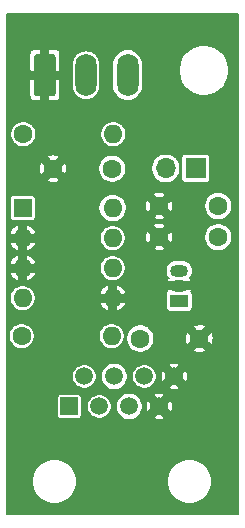
<source format=gbr>
G04 #@! TF.GenerationSoftware,KiCad,Pcbnew,(5.1.5)-3*
G04 #@! TF.CreationDate,2020-04-18T22:31:02-04:00*
G04 #@! TF.ProjectId,Single_Receiver_Out,53696e67-6c65-45f5-9265-636569766572,v1*
G04 #@! TF.SameCoordinates,Original*
G04 #@! TF.FileFunction,Copper,L1,Top*
G04 #@! TF.FilePolarity,Positive*
%FSLAX46Y46*%
G04 Gerber Fmt 4.6, Leading zero omitted, Abs format (unit mm)*
G04 Created by KiCad (PCBNEW (5.1.5)-3) date 2020-04-18 22:31:02*
%MOMM*%
%LPD*%
G04 APERTURE LIST*
%ADD10O,1.700000X1.700000*%
%ADD11R,1.700000X1.700000*%
%ADD12C,1.600000*%
%ADD13O,1.600000X1.600000*%
%ADD14R,1.500000X1.050000*%
%ADD15O,1.500000X1.050000*%
%ADD16R,1.600000X1.600000*%
%ADD17O,1.800000X3.600000*%
%ADD18C,0.100000*%
%ADD19C,1.500000*%
%ADD20R,1.500000X1.500000*%
%ADD21C,1.000000*%
%ADD22C,0.200000*%
G04 APERTURE END LIST*
D10*
X58061000Y-124617800D03*
D11*
X60601000Y-124617800D03*
D12*
X60901000Y-139017800D03*
X55901000Y-139017800D03*
X57504960Y-130432840D03*
X62504960Y-130432840D03*
X57504960Y-127801400D03*
X62504960Y-127801400D03*
D13*
X53621000Y-121717800D03*
D12*
X46001000Y-121717800D03*
D14*
X59201000Y-135817800D03*
D15*
X59201000Y-133277800D03*
X59201000Y-134547800D03*
D13*
X53569240Y-127970080D03*
X45949240Y-135590080D03*
X53569240Y-130510080D03*
X45949240Y-133050080D03*
X53569240Y-133050080D03*
X45949240Y-130510080D03*
X53569240Y-135590080D03*
D16*
X45949240Y-127970080D03*
D13*
X53482880Y-138817800D03*
D12*
X45862880Y-138817800D03*
D17*
X54833920Y-116717800D03*
X51333920Y-116717800D03*
G04 #@! TA.AperFunction,ComponentPad*
D18*
G36*
X48508424Y-114919004D02*
G01*
X48532693Y-114922604D01*
X48556491Y-114928565D01*
X48579591Y-114936830D01*
X48601769Y-114947320D01*
X48622813Y-114959933D01*
X48642518Y-114974547D01*
X48660697Y-114991023D01*
X48677173Y-115009202D01*
X48691787Y-115028907D01*
X48704400Y-115049951D01*
X48714890Y-115072129D01*
X48723155Y-115095229D01*
X48729116Y-115119027D01*
X48732716Y-115143296D01*
X48733920Y-115167800D01*
X48733920Y-118267800D01*
X48732716Y-118292304D01*
X48729116Y-118316573D01*
X48723155Y-118340371D01*
X48714890Y-118363471D01*
X48704400Y-118385649D01*
X48691787Y-118406693D01*
X48677173Y-118426398D01*
X48660697Y-118444577D01*
X48642518Y-118461053D01*
X48622813Y-118475667D01*
X48601769Y-118488280D01*
X48579591Y-118498770D01*
X48556491Y-118507035D01*
X48532693Y-118512996D01*
X48508424Y-118516596D01*
X48483920Y-118517800D01*
X47183920Y-118517800D01*
X47159416Y-118516596D01*
X47135147Y-118512996D01*
X47111349Y-118507035D01*
X47088249Y-118498770D01*
X47066071Y-118488280D01*
X47045027Y-118475667D01*
X47025322Y-118461053D01*
X47007143Y-118444577D01*
X46990667Y-118426398D01*
X46976053Y-118406693D01*
X46963440Y-118385649D01*
X46952950Y-118363471D01*
X46944685Y-118340371D01*
X46938724Y-118316573D01*
X46935124Y-118292304D01*
X46933920Y-118267800D01*
X46933920Y-115167800D01*
X46935124Y-115143296D01*
X46938724Y-115119027D01*
X46944685Y-115095229D01*
X46952950Y-115072129D01*
X46963440Y-115049951D01*
X46976053Y-115028907D01*
X46990667Y-115009202D01*
X47007143Y-114991023D01*
X47025322Y-114974547D01*
X47045027Y-114959933D01*
X47066071Y-114947320D01*
X47088249Y-114936830D01*
X47111349Y-114928565D01*
X47135147Y-114922604D01*
X47159416Y-114919004D01*
X47183920Y-114917800D01*
X48483920Y-114917800D01*
X48508424Y-114919004D01*
G37*
G04 #@! TD.AperFunction*
D19*
X58791000Y-142229640D03*
X57521000Y-144769640D03*
X56251000Y-142229640D03*
X54981000Y-144769640D03*
X53711000Y-142229640D03*
X52441000Y-144769640D03*
X51171000Y-142229640D03*
D20*
X49901000Y-144769640D03*
D12*
X48528600Y-124642680D03*
X53528600Y-124642680D03*
D21*
X53640360Y-124754440D02*
X53528600Y-124642680D01*
D22*
G36*
X64176000Y-153892800D02*
G01*
X44626000Y-153892800D01*
X44626000Y-150932506D01*
X46731000Y-150932506D01*
X46731000Y-151306774D01*
X46804016Y-151673849D01*
X46947242Y-152019627D01*
X47155174Y-152330819D01*
X47419821Y-152595466D01*
X47731013Y-152803398D01*
X48076791Y-152946624D01*
X48443866Y-153019640D01*
X48818134Y-153019640D01*
X49185209Y-152946624D01*
X49530987Y-152803398D01*
X49842179Y-152595466D01*
X50106826Y-152330819D01*
X50314758Y-152019627D01*
X50457984Y-151673849D01*
X50531000Y-151306774D01*
X50531000Y-150932506D01*
X58161000Y-150932506D01*
X58161000Y-151306774D01*
X58234016Y-151673849D01*
X58377242Y-152019627D01*
X58585174Y-152330819D01*
X58849821Y-152595466D01*
X59161013Y-152803398D01*
X59506791Y-152946624D01*
X59873866Y-153019640D01*
X60248134Y-153019640D01*
X60615209Y-152946624D01*
X60960987Y-152803398D01*
X61272179Y-152595466D01*
X61536826Y-152330819D01*
X61744758Y-152019627D01*
X61887984Y-151673849D01*
X61961000Y-151306774D01*
X61961000Y-150932506D01*
X61887984Y-150565431D01*
X61744758Y-150219653D01*
X61536826Y-149908461D01*
X61272179Y-149643814D01*
X60960987Y-149435882D01*
X60615209Y-149292656D01*
X60248134Y-149219640D01*
X59873866Y-149219640D01*
X59506791Y-149292656D01*
X59161013Y-149435882D01*
X58849821Y-149643814D01*
X58585174Y-149908461D01*
X58377242Y-150219653D01*
X58234016Y-150565431D01*
X58161000Y-150932506D01*
X50531000Y-150932506D01*
X50457984Y-150565431D01*
X50314758Y-150219653D01*
X50106826Y-149908461D01*
X49842179Y-149643814D01*
X49530987Y-149435882D01*
X49185209Y-149292656D01*
X48818134Y-149219640D01*
X48443866Y-149219640D01*
X48076791Y-149292656D01*
X47731013Y-149435882D01*
X47419821Y-149643814D01*
X47155174Y-149908461D01*
X46947242Y-150219653D01*
X46804016Y-150565431D01*
X46731000Y-150932506D01*
X44626000Y-150932506D01*
X44626000Y-144019640D01*
X48849549Y-144019640D01*
X48849549Y-145519640D01*
X48855341Y-145578450D01*
X48872496Y-145635000D01*
X48900353Y-145687117D01*
X48937842Y-145732798D01*
X48983523Y-145770287D01*
X49035640Y-145798144D01*
X49092190Y-145815299D01*
X49151000Y-145821091D01*
X50651000Y-145821091D01*
X50709810Y-145815299D01*
X50766360Y-145798144D01*
X50818477Y-145770287D01*
X50864158Y-145732798D01*
X50901647Y-145687117D01*
X50929504Y-145635000D01*
X50946659Y-145578450D01*
X50952451Y-145519640D01*
X50952451Y-144666224D01*
X51391000Y-144666224D01*
X51391000Y-144873056D01*
X51431350Y-145075914D01*
X51510502Y-145267002D01*
X51625411Y-145438976D01*
X51771664Y-145585229D01*
X51943638Y-145700138D01*
X52134726Y-145779290D01*
X52337584Y-145819640D01*
X52544416Y-145819640D01*
X52747274Y-145779290D01*
X52938362Y-145700138D01*
X53110336Y-145585229D01*
X53256589Y-145438976D01*
X53371498Y-145267002D01*
X53450650Y-145075914D01*
X53491000Y-144873056D01*
X53491000Y-144666224D01*
X53489041Y-144656375D01*
X53831000Y-144656375D01*
X53831000Y-144882905D01*
X53875194Y-145105083D01*
X53961884Y-145314369D01*
X54087737Y-145502722D01*
X54247918Y-145662903D01*
X54436271Y-145788756D01*
X54645557Y-145875446D01*
X54867735Y-145919640D01*
X55094265Y-145919640D01*
X55316443Y-145875446D01*
X55525729Y-145788756D01*
X55655806Y-145701841D01*
X57013063Y-145701841D01*
X57102879Y-145855525D01*
X57322758Y-145916231D01*
X57550256Y-145932874D01*
X57776630Y-145904816D01*
X57939121Y-145855525D01*
X58028937Y-145701841D01*
X57521000Y-145193904D01*
X57013063Y-145701841D01*
X55655806Y-145701841D01*
X55714082Y-145662903D01*
X55874263Y-145502722D01*
X56000116Y-145314369D01*
X56086806Y-145105083D01*
X56131000Y-144882905D01*
X56131000Y-144798896D01*
X56357766Y-144798896D01*
X56385824Y-145025270D01*
X56435115Y-145187761D01*
X56588799Y-145277577D01*
X57096736Y-144769640D01*
X57945264Y-144769640D01*
X58453201Y-145277577D01*
X58606885Y-145187761D01*
X58667591Y-144967882D01*
X58684234Y-144740384D01*
X58656176Y-144514010D01*
X58606885Y-144351519D01*
X58453201Y-144261703D01*
X57945264Y-144769640D01*
X57096736Y-144769640D01*
X56588799Y-144261703D01*
X56435115Y-144351519D01*
X56374409Y-144571398D01*
X56357766Y-144798896D01*
X56131000Y-144798896D01*
X56131000Y-144656375D01*
X56086806Y-144434197D01*
X56000116Y-144224911D01*
X55874263Y-144036558D01*
X55714082Y-143876377D01*
X55655807Y-143837439D01*
X57013063Y-143837439D01*
X57521000Y-144345376D01*
X58028937Y-143837439D01*
X57939121Y-143683755D01*
X57719242Y-143623049D01*
X57491744Y-143606406D01*
X57265370Y-143634464D01*
X57102879Y-143683755D01*
X57013063Y-143837439D01*
X55655807Y-143837439D01*
X55525729Y-143750524D01*
X55316443Y-143663834D01*
X55094265Y-143619640D01*
X54867735Y-143619640D01*
X54645557Y-143663834D01*
X54436271Y-143750524D01*
X54247918Y-143876377D01*
X54087737Y-144036558D01*
X53961884Y-144224911D01*
X53875194Y-144434197D01*
X53831000Y-144656375D01*
X53489041Y-144656375D01*
X53450650Y-144463366D01*
X53371498Y-144272278D01*
X53256589Y-144100304D01*
X53110336Y-143954051D01*
X52938362Y-143839142D01*
X52747274Y-143759990D01*
X52544416Y-143719640D01*
X52337584Y-143719640D01*
X52134726Y-143759990D01*
X51943638Y-143839142D01*
X51771664Y-143954051D01*
X51625411Y-144100304D01*
X51510502Y-144272278D01*
X51431350Y-144463366D01*
X51391000Y-144666224D01*
X50952451Y-144666224D01*
X50952451Y-144019640D01*
X50946659Y-143960830D01*
X50929504Y-143904280D01*
X50901647Y-143852163D01*
X50864158Y-143806482D01*
X50818477Y-143768993D01*
X50766360Y-143741136D01*
X50709810Y-143723981D01*
X50651000Y-143718189D01*
X49151000Y-143718189D01*
X49092190Y-143723981D01*
X49035640Y-143741136D01*
X48983523Y-143768993D01*
X48937842Y-143806482D01*
X48900353Y-143852163D01*
X48872496Y-143904280D01*
X48855341Y-143960830D01*
X48849549Y-144019640D01*
X44626000Y-144019640D01*
X44626000Y-142126224D01*
X50121000Y-142126224D01*
X50121000Y-142333056D01*
X50161350Y-142535914D01*
X50240502Y-142727002D01*
X50355411Y-142898976D01*
X50501664Y-143045229D01*
X50673638Y-143160138D01*
X50864726Y-143239290D01*
X51067584Y-143279640D01*
X51274416Y-143279640D01*
X51477274Y-143239290D01*
X51668362Y-143160138D01*
X51840336Y-143045229D01*
X51986589Y-142898976D01*
X52101498Y-142727002D01*
X52180650Y-142535914D01*
X52221000Y-142333056D01*
X52221000Y-142126224D01*
X52219041Y-142116375D01*
X52561000Y-142116375D01*
X52561000Y-142342905D01*
X52605194Y-142565083D01*
X52691884Y-142774369D01*
X52817737Y-142962722D01*
X52977918Y-143122903D01*
X53166271Y-143248756D01*
X53375557Y-143335446D01*
X53597735Y-143379640D01*
X53824265Y-143379640D01*
X54046443Y-143335446D01*
X54255729Y-143248756D01*
X54444082Y-143122903D01*
X54604263Y-142962722D01*
X54730116Y-142774369D01*
X54816806Y-142565083D01*
X54861000Y-142342905D01*
X54861000Y-142126224D01*
X55201000Y-142126224D01*
X55201000Y-142333056D01*
X55241350Y-142535914D01*
X55320502Y-142727002D01*
X55435411Y-142898976D01*
X55581664Y-143045229D01*
X55753638Y-143160138D01*
X55944726Y-143239290D01*
X56147584Y-143279640D01*
X56354416Y-143279640D01*
X56557274Y-143239290D01*
X56744250Y-143161841D01*
X58283063Y-143161841D01*
X58372879Y-143315525D01*
X58592758Y-143376231D01*
X58820256Y-143392874D01*
X59046630Y-143364816D01*
X59209121Y-143315525D01*
X59298937Y-143161841D01*
X58791000Y-142653904D01*
X58283063Y-143161841D01*
X56744250Y-143161841D01*
X56748362Y-143160138D01*
X56920336Y-143045229D01*
X57066589Y-142898976D01*
X57181498Y-142727002D01*
X57260650Y-142535914D01*
X57301000Y-142333056D01*
X57301000Y-142258896D01*
X57627766Y-142258896D01*
X57655824Y-142485270D01*
X57705115Y-142647761D01*
X57858799Y-142737577D01*
X58366736Y-142229640D01*
X59215264Y-142229640D01*
X59723201Y-142737577D01*
X59876885Y-142647761D01*
X59937591Y-142427882D01*
X59954234Y-142200384D01*
X59926176Y-141974010D01*
X59876885Y-141811519D01*
X59723201Y-141721703D01*
X59215264Y-142229640D01*
X58366736Y-142229640D01*
X57858799Y-141721703D01*
X57705115Y-141811519D01*
X57644409Y-142031398D01*
X57627766Y-142258896D01*
X57301000Y-142258896D01*
X57301000Y-142126224D01*
X57260650Y-141923366D01*
X57181498Y-141732278D01*
X57066589Y-141560304D01*
X56920336Y-141414051D01*
X56748362Y-141299142D01*
X56744251Y-141297439D01*
X58283063Y-141297439D01*
X58791000Y-141805376D01*
X59298937Y-141297439D01*
X59209121Y-141143755D01*
X58989242Y-141083049D01*
X58761744Y-141066406D01*
X58535370Y-141094464D01*
X58372879Y-141143755D01*
X58283063Y-141297439D01*
X56744251Y-141297439D01*
X56557274Y-141219990D01*
X56354416Y-141179640D01*
X56147584Y-141179640D01*
X55944726Y-141219990D01*
X55753638Y-141299142D01*
X55581664Y-141414051D01*
X55435411Y-141560304D01*
X55320502Y-141732278D01*
X55241350Y-141923366D01*
X55201000Y-142126224D01*
X54861000Y-142126224D01*
X54861000Y-142116375D01*
X54816806Y-141894197D01*
X54730116Y-141684911D01*
X54604263Y-141496558D01*
X54444082Y-141336377D01*
X54255729Y-141210524D01*
X54046443Y-141123834D01*
X53824265Y-141079640D01*
X53597735Y-141079640D01*
X53375557Y-141123834D01*
X53166271Y-141210524D01*
X52977918Y-141336377D01*
X52817737Y-141496558D01*
X52691884Y-141684911D01*
X52605194Y-141894197D01*
X52561000Y-142116375D01*
X52219041Y-142116375D01*
X52180650Y-141923366D01*
X52101498Y-141732278D01*
X51986589Y-141560304D01*
X51840336Y-141414051D01*
X51668362Y-141299142D01*
X51477274Y-141219990D01*
X51274416Y-141179640D01*
X51067584Y-141179640D01*
X50864726Y-141219990D01*
X50673638Y-141299142D01*
X50501664Y-141414051D01*
X50355411Y-141560304D01*
X50240502Y-141732278D01*
X50161350Y-141923366D01*
X50121000Y-142126224D01*
X44626000Y-142126224D01*
X44626000Y-138709459D01*
X44762880Y-138709459D01*
X44762880Y-138926141D01*
X44805153Y-139138658D01*
X44888073Y-139338845D01*
X45008455Y-139519009D01*
X45161671Y-139672225D01*
X45341835Y-139792607D01*
X45542022Y-139875527D01*
X45754539Y-139917800D01*
X45971221Y-139917800D01*
X46183738Y-139875527D01*
X46383925Y-139792607D01*
X46564089Y-139672225D01*
X46717305Y-139519009D01*
X46837687Y-139338845D01*
X46920607Y-139138658D01*
X46962880Y-138926141D01*
X46962880Y-138709459D01*
X52382880Y-138709459D01*
X52382880Y-138926141D01*
X52425153Y-139138658D01*
X52508073Y-139338845D01*
X52628455Y-139519009D01*
X52781671Y-139672225D01*
X52961835Y-139792607D01*
X53162022Y-139875527D01*
X53374539Y-139917800D01*
X53591221Y-139917800D01*
X53803738Y-139875527D01*
X54003925Y-139792607D01*
X54184089Y-139672225D01*
X54337305Y-139519009D01*
X54457687Y-139338845D01*
X54540607Y-139138658D01*
X54582880Y-138926141D01*
X54582880Y-138899610D01*
X54701000Y-138899610D01*
X54701000Y-139135990D01*
X54747116Y-139367827D01*
X54837574Y-139586213D01*
X54968899Y-139782755D01*
X55136045Y-139949901D01*
X55332587Y-140081226D01*
X55550973Y-140171684D01*
X55782810Y-140217800D01*
X56019190Y-140217800D01*
X56251027Y-140171684D01*
X56469413Y-140081226D01*
X56610483Y-139986966D01*
X60356099Y-139986966D01*
X60452358Y-140145693D01*
X60681020Y-140211546D01*
X60918136Y-140231525D01*
X61154593Y-140204860D01*
X61349642Y-140145693D01*
X61445901Y-139986966D01*
X60901000Y-139442064D01*
X60356099Y-139986966D01*
X56610483Y-139986966D01*
X56665955Y-139949901D01*
X56833101Y-139782755D01*
X56964426Y-139586213D01*
X57054884Y-139367827D01*
X57101000Y-139135990D01*
X57101000Y-139034936D01*
X59687275Y-139034936D01*
X59713940Y-139271393D01*
X59773107Y-139466442D01*
X59931834Y-139562701D01*
X60476736Y-139017800D01*
X61325264Y-139017800D01*
X61870166Y-139562701D01*
X62028893Y-139466442D01*
X62094746Y-139237780D01*
X62114725Y-139000664D01*
X62088060Y-138764207D01*
X62028893Y-138569158D01*
X61870166Y-138472899D01*
X61325264Y-139017800D01*
X60476736Y-139017800D01*
X59931834Y-138472899D01*
X59773107Y-138569158D01*
X59707254Y-138797820D01*
X59687275Y-139034936D01*
X57101000Y-139034936D01*
X57101000Y-138899610D01*
X57054884Y-138667773D01*
X56964426Y-138449387D01*
X56833101Y-138252845D01*
X56665955Y-138085699D01*
X56610484Y-138048634D01*
X60356099Y-138048634D01*
X60901000Y-138593536D01*
X61445901Y-138048634D01*
X61349642Y-137889907D01*
X61120980Y-137824054D01*
X60883864Y-137804075D01*
X60647407Y-137830740D01*
X60452358Y-137889907D01*
X60356099Y-138048634D01*
X56610484Y-138048634D01*
X56469413Y-137954374D01*
X56251027Y-137863916D01*
X56019190Y-137817800D01*
X55782810Y-137817800D01*
X55550973Y-137863916D01*
X55332587Y-137954374D01*
X55136045Y-138085699D01*
X54968899Y-138252845D01*
X54837574Y-138449387D01*
X54747116Y-138667773D01*
X54701000Y-138899610D01*
X54582880Y-138899610D01*
X54582880Y-138709459D01*
X54540607Y-138496942D01*
X54457687Y-138296755D01*
X54337305Y-138116591D01*
X54184089Y-137963375D01*
X54003925Y-137842993D01*
X53803738Y-137760073D01*
X53591221Y-137717800D01*
X53374539Y-137717800D01*
X53162022Y-137760073D01*
X52961835Y-137842993D01*
X52781671Y-137963375D01*
X52628455Y-138116591D01*
X52508073Y-138296755D01*
X52425153Y-138496942D01*
X52382880Y-138709459D01*
X46962880Y-138709459D01*
X46920607Y-138496942D01*
X46837687Y-138296755D01*
X46717305Y-138116591D01*
X46564089Y-137963375D01*
X46383925Y-137842993D01*
X46183738Y-137760073D01*
X45971221Y-137717800D01*
X45754539Y-137717800D01*
X45542022Y-137760073D01*
X45341835Y-137842993D01*
X45161671Y-137963375D01*
X45008455Y-138116591D01*
X44888073Y-138296755D01*
X44805153Y-138496942D01*
X44762880Y-138709459D01*
X44626000Y-138709459D01*
X44626000Y-135481739D01*
X44849240Y-135481739D01*
X44849240Y-135698421D01*
X44891513Y-135910938D01*
X44974433Y-136111125D01*
X45094815Y-136291289D01*
X45248031Y-136444505D01*
X45428195Y-136564887D01*
X45628382Y-136647807D01*
X45840899Y-136690080D01*
X46057581Y-136690080D01*
X46270098Y-136647807D01*
X46470285Y-136564887D01*
X46650449Y-136444505D01*
X46803665Y-136291289D01*
X46924047Y-136111125D01*
X46941313Y-136069439D01*
X52460421Y-136069439D01*
X52554631Y-136245722D01*
X52702036Y-136431064D01*
X52882767Y-136584088D01*
X53089879Y-136698913D01*
X53269240Y-136658250D01*
X53269240Y-135890080D01*
X53869240Y-135890080D01*
X53869240Y-136658250D01*
X54048601Y-136698913D01*
X54255713Y-136584088D01*
X54436444Y-136431064D01*
X54583849Y-136245722D01*
X54678059Y-136069439D01*
X54633776Y-135890080D01*
X53869240Y-135890080D01*
X53269240Y-135890080D01*
X52504704Y-135890080D01*
X52460421Y-136069439D01*
X46941313Y-136069439D01*
X47006967Y-135910938D01*
X47049240Y-135698421D01*
X47049240Y-135481739D01*
X47011658Y-135292800D01*
X58049065Y-135292800D01*
X58049065Y-136342800D01*
X58056788Y-136421214D01*
X58079660Y-136496614D01*
X58116803Y-136566103D01*
X58166789Y-136627011D01*
X58227697Y-136676997D01*
X58297186Y-136714140D01*
X58372586Y-136737012D01*
X58451000Y-136744735D01*
X59951000Y-136744735D01*
X60029414Y-136737012D01*
X60104814Y-136714140D01*
X60174303Y-136676997D01*
X60235211Y-136627011D01*
X60285197Y-136566103D01*
X60322340Y-136496614D01*
X60345212Y-136421214D01*
X60352935Y-136342800D01*
X60352935Y-135292800D01*
X60345212Y-135214386D01*
X60322340Y-135138986D01*
X60285197Y-135069497D01*
X60235211Y-135008589D01*
X60232537Y-135006395D01*
X60251646Y-134982309D01*
X60200959Y-134847800D01*
X59501000Y-134847800D01*
X59501000Y-134867800D01*
X58901000Y-134867800D01*
X58901000Y-134847800D01*
X58201041Y-134847800D01*
X58150354Y-134982309D01*
X58169463Y-135006395D01*
X58166789Y-135008589D01*
X58116803Y-135069497D01*
X58079660Y-135138986D01*
X58056788Y-135214386D01*
X58049065Y-135292800D01*
X47011658Y-135292800D01*
X47006967Y-135269222D01*
X46941314Y-135110721D01*
X52460421Y-135110721D01*
X52504704Y-135290080D01*
X53269240Y-135290080D01*
X53269240Y-134521910D01*
X53869240Y-134521910D01*
X53869240Y-135290080D01*
X54633776Y-135290080D01*
X54678059Y-135110721D01*
X54583849Y-134934438D01*
X54436444Y-134749096D01*
X54255713Y-134596072D01*
X54048601Y-134481247D01*
X53869240Y-134521910D01*
X53269240Y-134521910D01*
X53089879Y-134481247D01*
X52882767Y-134596072D01*
X52702036Y-134749096D01*
X52554631Y-134934438D01*
X52460421Y-135110721D01*
X46941314Y-135110721D01*
X46924047Y-135069035D01*
X46803665Y-134888871D01*
X46650449Y-134735655D01*
X46470285Y-134615273D01*
X46270098Y-134532353D01*
X46057581Y-134490080D01*
X45840899Y-134490080D01*
X45628382Y-134532353D01*
X45428195Y-134615273D01*
X45248031Y-134735655D01*
X45094815Y-134888871D01*
X44974433Y-135069035D01*
X44891513Y-135269222D01*
X44849240Y-135481739D01*
X44626000Y-135481739D01*
X44626000Y-133529439D01*
X44840421Y-133529439D01*
X44934631Y-133705722D01*
X45082036Y-133891064D01*
X45262767Y-134044088D01*
X45469879Y-134158913D01*
X45649240Y-134118250D01*
X45649240Y-133350080D01*
X46249240Y-133350080D01*
X46249240Y-134118250D01*
X46428601Y-134158913D01*
X46635713Y-134044088D01*
X46816444Y-133891064D01*
X46963849Y-133705722D01*
X47058059Y-133529439D01*
X47013776Y-133350080D01*
X46249240Y-133350080D01*
X45649240Y-133350080D01*
X44884704Y-133350080D01*
X44840421Y-133529439D01*
X44626000Y-133529439D01*
X44626000Y-132941739D01*
X52469240Y-132941739D01*
X52469240Y-133158421D01*
X52511513Y-133370938D01*
X52594433Y-133571125D01*
X52714815Y-133751289D01*
X52868031Y-133904505D01*
X53048195Y-134024887D01*
X53248382Y-134107807D01*
X53460899Y-134150080D01*
X53677581Y-134150080D01*
X53890098Y-134107807D01*
X54090285Y-134024887D01*
X54270449Y-133904505D01*
X54423665Y-133751289D01*
X54544047Y-133571125D01*
X54626967Y-133370938D01*
X54645493Y-133277800D01*
X58046525Y-133277800D01*
X58064385Y-133459132D01*
X58117277Y-133633495D01*
X58203170Y-133794189D01*
X58303126Y-133915986D01*
X58295840Y-133922496D01*
X58186918Y-134067204D01*
X58150354Y-134113291D01*
X58201041Y-134247800D01*
X58901000Y-134247800D01*
X58901000Y-134227800D01*
X59501000Y-134227800D01*
X59501000Y-134247800D01*
X60200959Y-134247800D01*
X60251646Y-134113291D01*
X60215082Y-134067204D01*
X60106160Y-133922496D01*
X60098874Y-133915986D01*
X60198830Y-133794189D01*
X60284723Y-133633495D01*
X60337615Y-133459132D01*
X60355475Y-133277800D01*
X60337615Y-133096468D01*
X60284723Y-132922105D01*
X60198830Y-132761411D01*
X60083238Y-132620562D01*
X59942389Y-132504970D01*
X59781695Y-132419077D01*
X59607332Y-132366185D01*
X59471435Y-132352800D01*
X58930565Y-132352800D01*
X58794668Y-132366185D01*
X58620305Y-132419077D01*
X58459611Y-132504970D01*
X58318762Y-132620562D01*
X58203170Y-132761411D01*
X58117277Y-132922105D01*
X58064385Y-133096468D01*
X58046525Y-133277800D01*
X54645493Y-133277800D01*
X54669240Y-133158421D01*
X54669240Y-132941739D01*
X54626967Y-132729222D01*
X54544047Y-132529035D01*
X54423665Y-132348871D01*
X54270449Y-132195655D01*
X54090285Y-132075273D01*
X53890098Y-131992353D01*
X53677581Y-131950080D01*
X53460899Y-131950080D01*
X53248382Y-131992353D01*
X53048195Y-132075273D01*
X52868031Y-132195655D01*
X52714815Y-132348871D01*
X52594433Y-132529035D01*
X52511513Y-132729222D01*
X52469240Y-132941739D01*
X44626000Y-132941739D01*
X44626000Y-132570721D01*
X44840421Y-132570721D01*
X44884704Y-132750080D01*
X45649240Y-132750080D01*
X45649240Y-131981910D01*
X46249240Y-131981910D01*
X46249240Y-132750080D01*
X47013776Y-132750080D01*
X47058059Y-132570721D01*
X46963849Y-132394438D01*
X46816444Y-132209096D01*
X46635713Y-132056072D01*
X46428601Y-131941247D01*
X46249240Y-131981910D01*
X45649240Y-131981910D01*
X45469879Y-131941247D01*
X45262767Y-132056072D01*
X45082036Y-132209096D01*
X44934631Y-132394438D01*
X44840421Y-132570721D01*
X44626000Y-132570721D01*
X44626000Y-130989439D01*
X44840421Y-130989439D01*
X44934631Y-131165722D01*
X45082036Y-131351064D01*
X45262767Y-131504088D01*
X45469879Y-131618913D01*
X45649240Y-131578250D01*
X45649240Y-130810080D01*
X46249240Y-130810080D01*
X46249240Y-131578250D01*
X46428601Y-131618913D01*
X46635713Y-131504088D01*
X46816444Y-131351064D01*
X46963849Y-131165722D01*
X47058059Y-130989439D01*
X47013776Y-130810080D01*
X46249240Y-130810080D01*
X45649240Y-130810080D01*
X44884704Y-130810080D01*
X44840421Y-130989439D01*
X44626000Y-130989439D01*
X44626000Y-130401739D01*
X52469240Y-130401739D01*
X52469240Y-130618421D01*
X52511513Y-130830938D01*
X52594433Y-131031125D01*
X52714815Y-131211289D01*
X52868031Y-131364505D01*
X53048195Y-131484887D01*
X53248382Y-131567807D01*
X53460899Y-131610080D01*
X53677581Y-131610080D01*
X53890098Y-131567807D01*
X54090285Y-131484887D01*
X54214324Y-131402006D01*
X56960059Y-131402006D01*
X57056318Y-131560733D01*
X57284980Y-131626586D01*
X57522096Y-131646565D01*
X57758553Y-131619900D01*
X57953602Y-131560733D01*
X58049861Y-131402006D01*
X57504960Y-130857104D01*
X56960059Y-131402006D01*
X54214324Y-131402006D01*
X54270449Y-131364505D01*
X54423665Y-131211289D01*
X54544047Y-131031125D01*
X54626967Y-130830938D01*
X54669240Y-130618421D01*
X54669240Y-130449976D01*
X56291235Y-130449976D01*
X56317900Y-130686433D01*
X56377067Y-130881482D01*
X56535794Y-130977741D01*
X57080696Y-130432840D01*
X57929224Y-130432840D01*
X58474126Y-130977741D01*
X58632853Y-130881482D01*
X58698706Y-130652820D01*
X58718685Y-130415704D01*
X58707290Y-130314650D01*
X61304960Y-130314650D01*
X61304960Y-130551030D01*
X61351076Y-130782867D01*
X61441534Y-131001253D01*
X61572859Y-131197795D01*
X61740005Y-131364941D01*
X61936547Y-131496266D01*
X62154933Y-131586724D01*
X62386770Y-131632840D01*
X62623150Y-131632840D01*
X62854987Y-131586724D01*
X63073373Y-131496266D01*
X63269915Y-131364941D01*
X63437061Y-131197795D01*
X63568386Y-131001253D01*
X63658844Y-130782867D01*
X63704960Y-130551030D01*
X63704960Y-130314650D01*
X63658844Y-130082813D01*
X63568386Y-129864427D01*
X63437061Y-129667885D01*
X63269915Y-129500739D01*
X63073373Y-129369414D01*
X62854987Y-129278956D01*
X62623150Y-129232840D01*
X62386770Y-129232840D01*
X62154933Y-129278956D01*
X61936547Y-129369414D01*
X61740005Y-129500739D01*
X61572859Y-129667885D01*
X61441534Y-129864427D01*
X61351076Y-130082813D01*
X61304960Y-130314650D01*
X58707290Y-130314650D01*
X58692020Y-130179247D01*
X58632853Y-129984198D01*
X58474126Y-129887939D01*
X57929224Y-130432840D01*
X57080696Y-130432840D01*
X56535794Y-129887939D01*
X56377067Y-129984198D01*
X56311214Y-130212860D01*
X56291235Y-130449976D01*
X54669240Y-130449976D01*
X54669240Y-130401739D01*
X54626967Y-130189222D01*
X54544047Y-129989035D01*
X54423665Y-129808871D01*
X54270449Y-129655655D01*
X54090285Y-129535273D01*
X53917430Y-129463674D01*
X56960059Y-129463674D01*
X57504960Y-130008576D01*
X58049861Y-129463674D01*
X57953602Y-129304947D01*
X57724940Y-129239094D01*
X57487824Y-129219115D01*
X57251367Y-129245780D01*
X57056318Y-129304947D01*
X56960059Y-129463674D01*
X53917430Y-129463674D01*
X53890098Y-129452353D01*
X53677581Y-129410080D01*
X53460899Y-129410080D01*
X53248382Y-129452353D01*
X53048195Y-129535273D01*
X52868031Y-129655655D01*
X52714815Y-129808871D01*
X52594433Y-129989035D01*
X52511513Y-130189222D01*
X52469240Y-130401739D01*
X44626000Y-130401739D01*
X44626000Y-130030721D01*
X44840421Y-130030721D01*
X44884704Y-130210080D01*
X45649240Y-130210080D01*
X45649240Y-129441910D01*
X46249240Y-129441910D01*
X46249240Y-130210080D01*
X47013776Y-130210080D01*
X47058059Y-130030721D01*
X46963849Y-129854438D01*
X46816444Y-129669096D01*
X46635713Y-129516072D01*
X46428601Y-129401247D01*
X46249240Y-129441910D01*
X45649240Y-129441910D01*
X45469879Y-129401247D01*
X45262767Y-129516072D01*
X45082036Y-129669096D01*
X44934631Y-129854438D01*
X44840421Y-130030721D01*
X44626000Y-130030721D01*
X44626000Y-127170080D01*
X44847789Y-127170080D01*
X44847789Y-128770080D01*
X44853581Y-128828890D01*
X44870736Y-128885440D01*
X44898593Y-128937557D01*
X44936082Y-128983238D01*
X44981763Y-129020727D01*
X45033880Y-129048584D01*
X45090430Y-129065739D01*
X45149240Y-129071531D01*
X46749240Y-129071531D01*
X46808050Y-129065739D01*
X46864600Y-129048584D01*
X46916717Y-129020727D01*
X46962398Y-128983238D01*
X46999887Y-128937557D01*
X47027744Y-128885440D01*
X47044899Y-128828890D01*
X47050691Y-128770080D01*
X47050691Y-127851890D01*
X52369240Y-127851890D01*
X52369240Y-128088270D01*
X52415356Y-128320107D01*
X52505814Y-128538493D01*
X52637139Y-128735035D01*
X52804285Y-128902181D01*
X53000827Y-129033506D01*
X53219213Y-129123964D01*
X53451050Y-129170080D01*
X53687430Y-129170080D01*
X53919267Y-129123964D01*
X54137653Y-129033506D01*
X54334195Y-128902181D01*
X54465810Y-128770566D01*
X56960059Y-128770566D01*
X57056318Y-128929293D01*
X57284980Y-128995146D01*
X57522096Y-129015125D01*
X57758553Y-128988460D01*
X57953602Y-128929293D01*
X58049861Y-128770566D01*
X57504960Y-128225664D01*
X56960059Y-128770566D01*
X54465810Y-128770566D01*
X54501341Y-128735035D01*
X54632666Y-128538493D01*
X54723124Y-128320107D01*
X54769240Y-128088270D01*
X54769240Y-127851890D01*
X54762606Y-127818536D01*
X56291235Y-127818536D01*
X56317900Y-128054993D01*
X56377067Y-128250042D01*
X56535794Y-128346301D01*
X57080696Y-127801400D01*
X57929224Y-127801400D01*
X58474126Y-128346301D01*
X58632853Y-128250042D01*
X58698706Y-128021380D01*
X58718685Y-127784264D01*
X58707290Y-127683210D01*
X61304960Y-127683210D01*
X61304960Y-127919590D01*
X61351076Y-128151427D01*
X61441534Y-128369813D01*
X61572859Y-128566355D01*
X61740005Y-128733501D01*
X61936547Y-128864826D01*
X62154933Y-128955284D01*
X62386770Y-129001400D01*
X62623150Y-129001400D01*
X62854987Y-128955284D01*
X63073373Y-128864826D01*
X63269915Y-128733501D01*
X63437061Y-128566355D01*
X63568386Y-128369813D01*
X63658844Y-128151427D01*
X63704960Y-127919590D01*
X63704960Y-127683210D01*
X63658844Y-127451373D01*
X63568386Y-127232987D01*
X63437061Y-127036445D01*
X63269915Y-126869299D01*
X63073373Y-126737974D01*
X62854987Y-126647516D01*
X62623150Y-126601400D01*
X62386770Y-126601400D01*
X62154933Y-126647516D01*
X61936547Y-126737974D01*
X61740005Y-126869299D01*
X61572859Y-127036445D01*
X61441534Y-127232987D01*
X61351076Y-127451373D01*
X61304960Y-127683210D01*
X58707290Y-127683210D01*
X58692020Y-127547807D01*
X58632853Y-127352758D01*
X58474126Y-127256499D01*
X57929224Y-127801400D01*
X57080696Y-127801400D01*
X56535794Y-127256499D01*
X56377067Y-127352758D01*
X56311214Y-127581420D01*
X56291235Y-127818536D01*
X54762606Y-127818536D01*
X54723124Y-127620053D01*
X54632666Y-127401667D01*
X54501341Y-127205125D01*
X54334195Y-127037979D01*
X54137653Y-126906654D01*
X53957987Y-126832234D01*
X56960059Y-126832234D01*
X57504960Y-127377136D01*
X58049861Y-126832234D01*
X57953602Y-126673507D01*
X57724940Y-126607654D01*
X57487824Y-126587675D01*
X57251367Y-126614340D01*
X57056318Y-126673507D01*
X56960059Y-126832234D01*
X53957987Y-126832234D01*
X53919267Y-126816196D01*
X53687430Y-126770080D01*
X53451050Y-126770080D01*
X53219213Y-126816196D01*
X53000827Y-126906654D01*
X52804285Y-127037979D01*
X52637139Y-127205125D01*
X52505814Y-127401667D01*
X52415356Y-127620053D01*
X52369240Y-127851890D01*
X47050691Y-127851890D01*
X47050691Y-127170080D01*
X47044899Y-127111270D01*
X47027744Y-127054720D01*
X46999887Y-127002603D01*
X46962398Y-126956922D01*
X46916717Y-126919433D01*
X46864600Y-126891576D01*
X46808050Y-126874421D01*
X46749240Y-126868629D01*
X45149240Y-126868629D01*
X45090430Y-126874421D01*
X45033880Y-126891576D01*
X44981763Y-126919433D01*
X44936082Y-126956922D01*
X44898593Y-127002603D01*
X44870736Y-127054720D01*
X44853581Y-127111270D01*
X44847789Y-127170080D01*
X44626000Y-127170080D01*
X44626000Y-125611846D01*
X47983699Y-125611846D01*
X48079958Y-125770573D01*
X48308620Y-125836426D01*
X48545736Y-125856405D01*
X48782193Y-125829740D01*
X48977242Y-125770573D01*
X49073501Y-125611846D01*
X48528600Y-125066944D01*
X47983699Y-125611846D01*
X44626000Y-125611846D01*
X44626000Y-124659816D01*
X47314875Y-124659816D01*
X47341540Y-124896273D01*
X47400707Y-125091322D01*
X47559434Y-125187581D01*
X48104336Y-124642680D01*
X48952864Y-124642680D01*
X49497766Y-125187581D01*
X49656493Y-125091322D01*
X49722346Y-124862660D01*
X49742325Y-124625544D01*
X49730930Y-124524490D01*
X52328600Y-124524490D01*
X52328600Y-124760870D01*
X52374716Y-124992707D01*
X52465174Y-125211093D01*
X52596499Y-125407635D01*
X52763645Y-125574781D01*
X52960187Y-125706106D01*
X53178573Y-125796564D01*
X53410410Y-125842680D01*
X53646790Y-125842680D01*
X53878627Y-125796564D01*
X54097013Y-125706106D01*
X54293555Y-125574781D01*
X54460701Y-125407635D01*
X54592026Y-125211093D01*
X54682484Y-124992707D01*
X54728600Y-124760870D01*
X54728600Y-124524490D01*
X54722672Y-124494686D01*
X56811000Y-124494686D01*
X56811000Y-124740914D01*
X56859037Y-124982411D01*
X56953265Y-125209897D01*
X57090062Y-125414628D01*
X57264172Y-125588738D01*
X57468903Y-125725535D01*
X57696389Y-125819763D01*
X57937886Y-125867800D01*
X58184114Y-125867800D01*
X58425611Y-125819763D01*
X58653097Y-125725535D01*
X58857828Y-125588738D01*
X59031938Y-125414628D01*
X59168735Y-125209897D01*
X59262963Y-124982411D01*
X59311000Y-124740914D01*
X59311000Y-124494686D01*
X59262963Y-124253189D01*
X59168735Y-124025703D01*
X59031938Y-123820972D01*
X58978766Y-123767800D01*
X59349065Y-123767800D01*
X59349065Y-125467800D01*
X59356788Y-125546214D01*
X59379660Y-125621614D01*
X59416803Y-125691103D01*
X59466789Y-125752011D01*
X59527697Y-125801997D01*
X59597186Y-125839140D01*
X59672586Y-125862012D01*
X59751000Y-125869735D01*
X61451000Y-125869735D01*
X61529414Y-125862012D01*
X61604814Y-125839140D01*
X61674303Y-125801997D01*
X61735211Y-125752011D01*
X61785197Y-125691103D01*
X61822340Y-125621614D01*
X61845212Y-125546214D01*
X61852935Y-125467800D01*
X61852935Y-123767800D01*
X61845212Y-123689386D01*
X61822340Y-123613986D01*
X61785197Y-123544497D01*
X61735211Y-123483589D01*
X61674303Y-123433603D01*
X61604814Y-123396460D01*
X61529414Y-123373588D01*
X61451000Y-123365865D01*
X59751000Y-123365865D01*
X59672586Y-123373588D01*
X59597186Y-123396460D01*
X59527697Y-123433603D01*
X59466789Y-123483589D01*
X59416803Y-123544497D01*
X59379660Y-123613986D01*
X59356788Y-123689386D01*
X59349065Y-123767800D01*
X58978766Y-123767800D01*
X58857828Y-123646862D01*
X58653097Y-123510065D01*
X58425611Y-123415837D01*
X58184114Y-123367800D01*
X57937886Y-123367800D01*
X57696389Y-123415837D01*
X57468903Y-123510065D01*
X57264172Y-123646862D01*
X57090062Y-123820972D01*
X56953265Y-124025703D01*
X56859037Y-124253189D01*
X56811000Y-124494686D01*
X54722672Y-124494686D01*
X54682484Y-124292653D01*
X54592026Y-124074267D01*
X54460701Y-123877725D01*
X54293555Y-123710579D01*
X54097013Y-123579254D01*
X53878627Y-123488796D01*
X53646790Y-123442680D01*
X53410410Y-123442680D01*
X53178573Y-123488796D01*
X52960187Y-123579254D01*
X52763645Y-123710579D01*
X52596499Y-123877725D01*
X52465174Y-124074267D01*
X52374716Y-124292653D01*
X52328600Y-124524490D01*
X49730930Y-124524490D01*
X49715660Y-124389087D01*
X49656493Y-124194038D01*
X49497766Y-124097779D01*
X48952864Y-124642680D01*
X48104336Y-124642680D01*
X47559434Y-124097779D01*
X47400707Y-124194038D01*
X47334854Y-124422700D01*
X47314875Y-124659816D01*
X44626000Y-124659816D01*
X44626000Y-123673514D01*
X47983699Y-123673514D01*
X48528600Y-124218416D01*
X49073501Y-123673514D01*
X48977242Y-123514787D01*
X48748580Y-123448934D01*
X48511464Y-123428955D01*
X48275007Y-123455620D01*
X48079958Y-123514787D01*
X47983699Y-123673514D01*
X44626000Y-123673514D01*
X44626000Y-121609459D01*
X44901000Y-121609459D01*
X44901000Y-121826141D01*
X44943273Y-122038658D01*
X45026193Y-122238845D01*
X45146575Y-122419009D01*
X45299791Y-122572225D01*
X45479955Y-122692607D01*
X45680142Y-122775527D01*
X45892659Y-122817800D01*
X46109341Y-122817800D01*
X46321858Y-122775527D01*
X46522045Y-122692607D01*
X46702209Y-122572225D01*
X46855425Y-122419009D01*
X46975807Y-122238845D01*
X47058727Y-122038658D01*
X47101000Y-121826141D01*
X47101000Y-121609459D01*
X52521000Y-121609459D01*
X52521000Y-121826141D01*
X52563273Y-122038658D01*
X52646193Y-122238845D01*
X52766575Y-122419009D01*
X52919791Y-122572225D01*
X53099955Y-122692607D01*
X53300142Y-122775527D01*
X53512659Y-122817800D01*
X53729341Y-122817800D01*
X53941858Y-122775527D01*
X54142045Y-122692607D01*
X54322209Y-122572225D01*
X54475425Y-122419009D01*
X54595807Y-122238845D01*
X54678727Y-122038658D01*
X54721000Y-121826141D01*
X54721000Y-121609459D01*
X54678727Y-121396942D01*
X54595807Y-121196755D01*
X54475425Y-121016591D01*
X54322209Y-120863375D01*
X54142045Y-120742993D01*
X53941858Y-120660073D01*
X53729341Y-120617800D01*
X53512659Y-120617800D01*
X53300142Y-120660073D01*
X53099955Y-120742993D01*
X52919791Y-120863375D01*
X52766575Y-121016591D01*
X52646193Y-121196755D01*
X52563273Y-121396942D01*
X52521000Y-121609459D01*
X47101000Y-121609459D01*
X47058727Y-121396942D01*
X46975807Y-121196755D01*
X46855425Y-121016591D01*
X46702209Y-120863375D01*
X46522045Y-120742993D01*
X46321858Y-120660073D01*
X46109341Y-120617800D01*
X45892659Y-120617800D01*
X45680142Y-120660073D01*
X45479955Y-120742993D01*
X45299791Y-120863375D01*
X45146575Y-121016591D01*
X45026193Y-121196755D01*
X44943273Y-121396942D01*
X44901000Y-121609459D01*
X44626000Y-121609459D01*
X44626000Y-118517800D01*
X46523946Y-118517800D01*
X46531824Y-118597782D01*
X46555153Y-118674690D01*
X46593039Y-118745569D01*
X46644025Y-118807695D01*
X46706151Y-118858681D01*
X46777030Y-118896567D01*
X46853938Y-118919896D01*
X46933920Y-118927774D01*
X47431920Y-118925800D01*
X47533920Y-118823800D01*
X47533920Y-117017800D01*
X48133920Y-117017800D01*
X48133920Y-118823800D01*
X48235920Y-118925800D01*
X48733920Y-118927774D01*
X48813902Y-118919896D01*
X48890810Y-118896567D01*
X48961689Y-118858681D01*
X49023815Y-118807695D01*
X49074801Y-118745569D01*
X49112687Y-118674690D01*
X49136016Y-118597782D01*
X49143894Y-118517800D01*
X49141920Y-117119800D01*
X49039920Y-117017800D01*
X48133920Y-117017800D01*
X47533920Y-117017800D01*
X46627920Y-117017800D01*
X46525920Y-117119800D01*
X46523946Y-118517800D01*
X44626000Y-118517800D01*
X44626000Y-114917800D01*
X46523946Y-114917800D01*
X46525920Y-116315800D01*
X46627920Y-116417800D01*
X47533920Y-116417800D01*
X47533920Y-114611800D01*
X48133920Y-114611800D01*
X48133920Y-116417800D01*
X49039920Y-116417800D01*
X49141920Y-116315800D01*
X49142706Y-115758851D01*
X50133920Y-115758851D01*
X50133920Y-117676750D01*
X50151284Y-117853041D01*
X50219902Y-118079242D01*
X50331330Y-118287710D01*
X50481287Y-118470434D01*
X50664011Y-118620391D01*
X50872479Y-118731819D01*
X51098680Y-118800437D01*
X51333920Y-118823606D01*
X51569161Y-118800437D01*
X51795362Y-118731819D01*
X52003830Y-118620391D01*
X52186554Y-118470434D01*
X52336511Y-118287710D01*
X52447939Y-118079242D01*
X52516557Y-117853041D01*
X52533920Y-117676750D01*
X52533920Y-115758850D01*
X52533437Y-115753937D01*
X53533920Y-115753937D01*
X53533920Y-117681664D01*
X53552731Y-117872645D01*
X53627066Y-118117696D01*
X53747781Y-118343536D01*
X53910234Y-118541487D01*
X54108185Y-118703940D01*
X54334025Y-118824655D01*
X54579076Y-118898990D01*
X54833920Y-118924090D01*
X55088765Y-118898990D01*
X55333816Y-118824655D01*
X55559656Y-118703940D01*
X55757607Y-118541487D01*
X55920060Y-118343536D01*
X56040775Y-118117696D01*
X56115110Y-117872645D01*
X56133920Y-117681664D01*
X56133920Y-116106043D01*
X59151000Y-116106043D01*
X59151000Y-116529557D01*
X59233623Y-116944932D01*
X59395695Y-117336207D01*
X59630986Y-117688345D01*
X59930455Y-117987814D01*
X60282593Y-118223105D01*
X60673868Y-118385177D01*
X61089243Y-118467800D01*
X61512757Y-118467800D01*
X61928132Y-118385177D01*
X62319407Y-118223105D01*
X62671545Y-117987814D01*
X62971014Y-117688345D01*
X63206305Y-117336207D01*
X63368377Y-116944932D01*
X63451000Y-116529557D01*
X63451000Y-116106043D01*
X63368377Y-115690668D01*
X63206305Y-115299393D01*
X62971014Y-114947255D01*
X62671545Y-114647786D01*
X62319407Y-114412495D01*
X61928132Y-114250423D01*
X61512757Y-114167800D01*
X61089243Y-114167800D01*
X60673868Y-114250423D01*
X60282593Y-114412495D01*
X59930455Y-114647786D01*
X59630986Y-114947255D01*
X59395695Y-115299393D01*
X59233623Y-115690668D01*
X59151000Y-116106043D01*
X56133920Y-116106043D01*
X56133920Y-115753936D01*
X56115110Y-115562955D01*
X56040775Y-115317904D01*
X55920060Y-115092064D01*
X55757607Y-114894113D01*
X55559655Y-114731660D01*
X55333815Y-114610945D01*
X55088764Y-114536610D01*
X54833920Y-114511510D01*
X54579075Y-114536610D01*
X54334024Y-114610945D01*
X54108184Y-114731660D01*
X53910233Y-114894113D01*
X53747780Y-115092065D01*
X53627065Y-115317905D01*
X53552730Y-115562956D01*
X53533920Y-115753937D01*
X52533437Y-115753937D01*
X52516557Y-115582559D01*
X52447939Y-115356358D01*
X52336511Y-115147890D01*
X52186554Y-114965166D01*
X52003829Y-114815209D01*
X51795361Y-114703781D01*
X51569160Y-114635163D01*
X51333920Y-114611994D01*
X51098679Y-114635163D01*
X50872478Y-114703781D01*
X50664010Y-114815209D01*
X50481286Y-114965166D01*
X50331329Y-115147891D01*
X50219901Y-115356359D01*
X50151283Y-115582560D01*
X50133920Y-115758851D01*
X49142706Y-115758851D01*
X49143894Y-114917800D01*
X49136016Y-114837818D01*
X49112687Y-114760910D01*
X49074801Y-114690031D01*
X49023815Y-114627905D01*
X48961689Y-114576919D01*
X48890810Y-114539033D01*
X48813902Y-114515704D01*
X48733920Y-114507826D01*
X48235920Y-114509800D01*
X48133920Y-114611800D01*
X47533920Y-114611800D01*
X47431920Y-114509800D01*
X46933920Y-114507826D01*
X46853938Y-114515704D01*
X46777030Y-114539033D01*
X46706151Y-114576919D01*
X46644025Y-114627905D01*
X46593039Y-114690031D01*
X46555153Y-114760910D01*
X46531824Y-114837818D01*
X46523946Y-114917800D01*
X44626000Y-114917800D01*
X44626000Y-111542800D01*
X64176001Y-111542800D01*
X64176000Y-153892800D01*
G37*
X64176000Y-153892800D02*
X44626000Y-153892800D01*
X44626000Y-150932506D01*
X46731000Y-150932506D01*
X46731000Y-151306774D01*
X46804016Y-151673849D01*
X46947242Y-152019627D01*
X47155174Y-152330819D01*
X47419821Y-152595466D01*
X47731013Y-152803398D01*
X48076791Y-152946624D01*
X48443866Y-153019640D01*
X48818134Y-153019640D01*
X49185209Y-152946624D01*
X49530987Y-152803398D01*
X49842179Y-152595466D01*
X50106826Y-152330819D01*
X50314758Y-152019627D01*
X50457984Y-151673849D01*
X50531000Y-151306774D01*
X50531000Y-150932506D01*
X58161000Y-150932506D01*
X58161000Y-151306774D01*
X58234016Y-151673849D01*
X58377242Y-152019627D01*
X58585174Y-152330819D01*
X58849821Y-152595466D01*
X59161013Y-152803398D01*
X59506791Y-152946624D01*
X59873866Y-153019640D01*
X60248134Y-153019640D01*
X60615209Y-152946624D01*
X60960987Y-152803398D01*
X61272179Y-152595466D01*
X61536826Y-152330819D01*
X61744758Y-152019627D01*
X61887984Y-151673849D01*
X61961000Y-151306774D01*
X61961000Y-150932506D01*
X61887984Y-150565431D01*
X61744758Y-150219653D01*
X61536826Y-149908461D01*
X61272179Y-149643814D01*
X60960987Y-149435882D01*
X60615209Y-149292656D01*
X60248134Y-149219640D01*
X59873866Y-149219640D01*
X59506791Y-149292656D01*
X59161013Y-149435882D01*
X58849821Y-149643814D01*
X58585174Y-149908461D01*
X58377242Y-150219653D01*
X58234016Y-150565431D01*
X58161000Y-150932506D01*
X50531000Y-150932506D01*
X50457984Y-150565431D01*
X50314758Y-150219653D01*
X50106826Y-149908461D01*
X49842179Y-149643814D01*
X49530987Y-149435882D01*
X49185209Y-149292656D01*
X48818134Y-149219640D01*
X48443866Y-149219640D01*
X48076791Y-149292656D01*
X47731013Y-149435882D01*
X47419821Y-149643814D01*
X47155174Y-149908461D01*
X46947242Y-150219653D01*
X46804016Y-150565431D01*
X46731000Y-150932506D01*
X44626000Y-150932506D01*
X44626000Y-144019640D01*
X48849549Y-144019640D01*
X48849549Y-145519640D01*
X48855341Y-145578450D01*
X48872496Y-145635000D01*
X48900353Y-145687117D01*
X48937842Y-145732798D01*
X48983523Y-145770287D01*
X49035640Y-145798144D01*
X49092190Y-145815299D01*
X49151000Y-145821091D01*
X50651000Y-145821091D01*
X50709810Y-145815299D01*
X50766360Y-145798144D01*
X50818477Y-145770287D01*
X50864158Y-145732798D01*
X50901647Y-145687117D01*
X50929504Y-145635000D01*
X50946659Y-145578450D01*
X50952451Y-145519640D01*
X50952451Y-144666224D01*
X51391000Y-144666224D01*
X51391000Y-144873056D01*
X51431350Y-145075914D01*
X51510502Y-145267002D01*
X51625411Y-145438976D01*
X51771664Y-145585229D01*
X51943638Y-145700138D01*
X52134726Y-145779290D01*
X52337584Y-145819640D01*
X52544416Y-145819640D01*
X52747274Y-145779290D01*
X52938362Y-145700138D01*
X53110336Y-145585229D01*
X53256589Y-145438976D01*
X53371498Y-145267002D01*
X53450650Y-145075914D01*
X53491000Y-144873056D01*
X53491000Y-144666224D01*
X53489041Y-144656375D01*
X53831000Y-144656375D01*
X53831000Y-144882905D01*
X53875194Y-145105083D01*
X53961884Y-145314369D01*
X54087737Y-145502722D01*
X54247918Y-145662903D01*
X54436271Y-145788756D01*
X54645557Y-145875446D01*
X54867735Y-145919640D01*
X55094265Y-145919640D01*
X55316443Y-145875446D01*
X55525729Y-145788756D01*
X55655806Y-145701841D01*
X57013063Y-145701841D01*
X57102879Y-145855525D01*
X57322758Y-145916231D01*
X57550256Y-145932874D01*
X57776630Y-145904816D01*
X57939121Y-145855525D01*
X58028937Y-145701841D01*
X57521000Y-145193904D01*
X57013063Y-145701841D01*
X55655806Y-145701841D01*
X55714082Y-145662903D01*
X55874263Y-145502722D01*
X56000116Y-145314369D01*
X56086806Y-145105083D01*
X56131000Y-144882905D01*
X56131000Y-144798896D01*
X56357766Y-144798896D01*
X56385824Y-145025270D01*
X56435115Y-145187761D01*
X56588799Y-145277577D01*
X57096736Y-144769640D01*
X57945264Y-144769640D01*
X58453201Y-145277577D01*
X58606885Y-145187761D01*
X58667591Y-144967882D01*
X58684234Y-144740384D01*
X58656176Y-144514010D01*
X58606885Y-144351519D01*
X58453201Y-144261703D01*
X57945264Y-144769640D01*
X57096736Y-144769640D01*
X56588799Y-144261703D01*
X56435115Y-144351519D01*
X56374409Y-144571398D01*
X56357766Y-144798896D01*
X56131000Y-144798896D01*
X56131000Y-144656375D01*
X56086806Y-144434197D01*
X56000116Y-144224911D01*
X55874263Y-144036558D01*
X55714082Y-143876377D01*
X55655807Y-143837439D01*
X57013063Y-143837439D01*
X57521000Y-144345376D01*
X58028937Y-143837439D01*
X57939121Y-143683755D01*
X57719242Y-143623049D01*
X57491744Y-143606406D01*
X57265370Y-143634464D01*
X57102879Y-143683755D01*
X57013063Y-143837439D01*
X55655807Y-143837439D01*
X55525729Y-143750524D01*
X55316443Y-143663834D01*
X55094265Y-143619640D01*
X54867735Y-143619640D01*
X54645557Y-143663834D01*
X54436271Y-143750524D01*
X54247918Y-143876377D01*
X54087737Y-144036558D01*
X53961884Y-144224911D01*
X53875194Y-144434197D01*
X53831000Y-144656375D01*
X53489041Y-144656375D01*
X53450650Y-144463366D01*
X53371498Y-144272278D01*
X53256589Y-144100304D01*
X53110336Y-143954051D01*
X52938362Y-143839142D01*
X52747274Y-143759990D01*
X52544416Y-143719640D01*
X52337584Y-143719640D01*
X52134726Y-143759990D01*
X51943638Y-143839142D01*
X51771664Y-143954051D01*
X51625411Y-144100304D01*
X51510502Y-144272278D01*
X51431350Y-144463366D01*
X51391000Y-144666224D01*
X50952451Y-144666224D01*
X50952451Y-144019640D01*
X50946659Y-143960830D01*
X50929504Y-143904280D01*
X50901647Y-143852163D01*
X50864158Y-143806482D01*
X50818477Y-143768993D01*
X50766360Y-143741136D01*
X50709810Y-143723981D01*
X50651000Y-143718189D01*
X49151000Y-143718189D01*
X49092190Y-143723981D01*
X49035640Y-143741136D01*
X48983523Y-143768993D01*
X48937842Y-143806482D01*
X48900353Y-143852163D01*
X48872496Y-143904280D01*
X48855341Y-143960830D01*
X48849549Y-144019640D01*
X44626000Y-144019640D01*
X44626000Y-142126224D01*
X50121000Y-142126224D01*
X50121000Y-142333056D01*
X50161350Y-142535914D01*
X50240502Y-142727002D01*
X50355411Y-142898976D01*
X50501664Y-143045229D01*
X50673638Y-143160138D01*
X50864726Y-143239290D01*
X51067584Y-143279640D01*
X51274416Y-143279640D01*
X51477274Y-143239290D01*
X51668362Y-143160138D01*
X51840336Y-143045229D01*
X51986589Y-142898976D01*
X52101498Y-142727002D01*
X52180650Y-142535914D01*
X52221000Y-142333056D01*
X52221000Y-142126224D01*
X52219041Y-142116375D01*
X52561000Y-142116375D01*
X52561000Y-142342905D01*
X52605194Y-142565083D01*
X52691884Y-142774369D01*
X52817737Y-142962722D01*
X52977918Y-143122903D01*
X53166271Y-143248756D01*
X53375557Y-143335446D01*
X53597735Y-143379640D01*
X53824265Y-143379640D01*
X54046443Y-143335446D01*
X54255729Y-143248756D01*
X54444082Y-143122903D01*
X54604263Y-142962722D01*
X54730116Y-142774369D01*
X54816806Y-142565083D01*
X54861000Y-142342905D01*
X54861000Y-142126224D01*
X55201000Y-142126224D01*
X55201000Y-142333056D01*
X55241350Y-142535914D01*
X55320502Y-142727002D01*
X55435411Y-142898976D01*
X55581664Y-143045229D01*
X55753638Y-143160138D01*
X55944726Y-143239290D01*
X56147584Y-143279640D01*
X56354416Y-143279640D01*
X56557274Y-143239290D01*
X56744250Y-143161841D01*
X58283063Y-143161841D01*
X58372879Y-143315525D01*
X58592758Y-143376231D01*
X58820256Y-143392874D01*
X59046630Y-143364816D01*
X59209121Y-143315525D01*
X59298937Y-143161841D01*
X58791000Y-142653904D01*
X58283063Y-143161841D01*
X56744250Y-143161841D01*
X56748362Y-143160138D01*
X56920336Y-143045229D01*
X57066589Y-142898976D01*
X57181498Y-142727002D01*
X57260650Y-142535914D01*
X57301000Y-142333056D01*
X57301000Y-142258896D01*
X57627766Y-142258896D01*
X57655824Y-142485270D01*
X57705115Y-142647761D01*
X57858799Y-142737577D01*
X58366736Y-142229640D01*
X59215264Y-142229640D01*
X59723201Y-142737577D01*
X59876885Y-142647761D01*
X59937591Y-142427882D01*
X59954234Y-142200384D01*
X59926176Y-141974010D01*
X59876885Y-141811519D01*
X59723201Y-141721703D01*
X59215264Y-142229640D01*
X58366736Y-142229640D01*
X57858799Y-141721703D01*
X57705115Y-141811519D01*
X57644409Y-142031398D01*
X57627766Y-142258896D01*
X57301000Y-142258896D01*
X57301000Y-142126224D01*
X57260650Y-141923366D01*
X57181498Y-141732278D01*
X57066589Y-141560304D01*
X56920336Y-141414051D01*
X56748362Y-141299142D01*
X56744251Y-141297439D01*
X58283063Y-141297439D01*
X58791000Y-141805376D01*
X59298937Y-141297439D01*
X59209121Y-141143755D01*
X58989242Y-141083049D01*
X58761744Y-141066406D01*
X58535370Y-141094464D01*
X58372879Y-141143755D01*
X58283063Y-141297439D01*
X56744251Y-141297439D01*
X56557274Y-141219990D01*
X56354416Y-141179640D01*
X56147584Y-141179640D01*
X55944726Y-141219990D01*
X55753638Y-141299142D01*
X55581664Y-141414051D01*
X55435411Y-141560304D01*
X55320502Y-141732278D01*
X55241350Y-141923366D01*
X55201000Y-142126224D01*
X54861000Y-142126224D01*
X54861000Y-142116375D01*
X54816806Y-141894197D01*
X54730116Y-141684911D01*
X54604263Y-141496558D01*
X54444082Y-141336377D01*
X54255729Y-141210524D01*
X54046443Y-141123834D01*
X53824265Y-141079640D01*
X53597735Y-141079640D01*
X53375557Y-141123834D01*
X53166271Y-141210524D01*
X52977918Y-141336377D01*
X52817737Y-141496558D01*
X52691884Y-141684911D01*
X52605194Y-141894197D01*
X52561000Y-142116375D01*
X52219041Y-142116375D01*
X52180650Y-141923366D01*
X52101498Y-141732278D01*
X51986589Y-141560304D01*
X51840336Y-141414051D01*
X51668362Y-141299142D01*
X51477274Y-141219990D01*
X51274416Y-141179640D01*
X51067584Y-141179640D01*
X50864726Y-141219990D01*
X50673638Y-141299142D01*
X50501664Y-141414051D01*
X50355411Y-141560304D01*
X50240502Y-141732278D01*
X50161350Y-141923366D01*
X50121000Y-142126224D01*
X44626000Y-142126224D01*
X44626000Y-138709459D01*
X44762880Y-138709459D01*
X44762880Y-138926141D01*
X44805153Y-139138658D01*
X44888073Y-139338845D01*
X45008455Y-139519009D01*
X45161671Y-139672225D01*
X45341835Y-139792607D01*
X45542022Y-139875527D01*
X45754539Y-139917800D01*
X45971221Y-139917800D01*
X46183738Y-139875527D01*
X46383925Y-139792607D01*
X46564089Y-139672225D01*
X46717305Y-139519009D01*
X46837687Y-139338845D01*
X46920607Y-139138658D01*
X46962880Y-138926141D01*
X46962880Y-138709459D01*
X52382880Y-138709459D01*
X52382880Y-138926141D01*
X52425153Y-139138658D01*
X52508073Y-139338845D01*
X52628455Y-139519009D01*
X52781671Y-139672225D01*
X52961835Y-139792607D01*
X53162022Y-139875527D01*
X53374539Y-139917800D01*
X53591221Y-139917800D01*
X53803738Y-139875527D01*
X54003925Y-139792607D01*
X54184089Y-139672225D01*
X54337305Y-139519009D01*
X54457687Y-139338845D01*
X54540607Y-139138658D01*
X54582880Y-138926141D01*
X54582880Y-138899610D01*
X54701000Y-138899610D01*
X54701000Y-139135990D01*
X54747116Y-139367827D01*
X54837574Y-139586213D01*
X54968899Y-139782755D01*
X55136045Y-139949901D01*
X55332587Y-140081226D01*
X55550973Y-140171684D01*
X55782810Y-140217800D01*
X56019190Y-140217800D01*
X56251027Y-140171684D01*
X56469413Y-140081226D01*
X56610483Y-139986966D01*
X60356099Y-139986966D01*
X60452358Y-140145693D01*
X60681020Y-140211546D01*
X60918136Y-140231525D01*
X61154593Y-140204860D01*
X61349642Y-140145693D01*
X61445901Y-139986966D01*
X60901000Y-139442064D01*
X60356099Y-139986966D01*
X56610483Y-139986966D01*
X56665955Y-139949901D01*
X56833101Y-139782755D01*
X56964426Y-139586213D01*
X57054884Y-139367827D01*
X57101000Y-139135990D01*
X57101000Y-139034936D01*
X59687275Y-139034936D01*
X59713940Y-139271393D01*
X59773107Y-139466442D01*
X59931834Y-139562701D01*
X60476736Y-139017800D01*
X61325264Y-139017800D01*
X61870166Y-139562701D01*
X62028893Y-139466442D01*
X62094746Y-139237780D01*
X62114725Y-139000664D01*
X62088060Y-138764207D01*
X62028893Y-138569158D01*
X61870166Y-138472899D01*
X61325264Y-139017800D01*
X60476736Y-139017800D01*
X59931834Y-138472899D01*
X59773107Y-138569158D01*
X59707254Y-138797820D01*
X59687275Y-139034936D01*
X57101000Y-139034936D01*
X57101000Y-138899610D01*
X57054884Y-138667773D01*
X56964426Y-138449387D01*
X56833101Y-138252845D01*
X56665955Y-138085699D01*
X56610484Y-138048634D01*
X60356099Y-138048634D01*
X60901000Y-138593536D01*
X61445901Y-138048634D01*
X61349642Y-137889907D01*
X61120980Y-137824054D01*
X60883864Y-137804075D01*
X60647407Y-137830740D01*
X60452358Y-137889907D01*
X60356099Y-138048634D01*
X56610484Y-138048634D01*
X56469413Y-137954374D01*
X56251027Y-137863916D01*
X56019190Y-137817800D01*
X55782810Y-137817800D01*
X55550973Y-137863916D01*
X55332587Y-137954374D01*
X55136045Y-138085699D01*
X54968899Y-138252845D01*
X54837574Y-138449387D01*
X54747116Y-138667773D01*
X54701000Y-138899610D01*
X54582880Y-138899610D01*
X54582880Y-138709459D01*
X54540607Y-138496942D01*
X54457687Y-138296755D01*
X54337305Y-138116591D01*
X54184089Y-137963375D01*
X54003925Y-137842993D01*
X53803738Y-137760073D01*
X53591221Y-137717800D01*
X53374539Y-137717800D01*
X53162022Y-137760073D01*
X52961835Y-137842993D01*
X52781671Y-137963375D01*
X52628455Y-138116591D01*
X52508073Y-138296755D01*
X52425153Y-138496942D01*
X52382880Y-138709459D01*
X46962880Y-138709459D01*
X46920607Y-138496942D01*
X46837687Y-138296755D01*
X46717305Y-138116591D01*
X46564089Y-137963375D01*
X46383925Y-137842993D01*
X46183738Y-137760073D01*
X45971221Y-137717800D01*
X45754539Y-137717800D01*
X45542022Y-137760073D01*
X45341835Y-137842993D01*
X45161671Y-137963375D01*
X45008455Y-138116591D01*
X44888073Y-138296755D01*
X44805153Y-138496942D01*
X44762880Y-138709459D01*
X44626000Y-138709459D01*
X44626000Y-135481739D01*
X44849240Y-135481739D01*
X44849240Y-135698421D01*
X44891513Y-135910938D01*
X44974433Y-136111125D01*
X45094815Y-136291289D01*
X45248031Y-136444505D01*
X45428195Y-136564887D01*
X45628382Y-136647807D01*
X45840899Y-136690080D01*
X46057581Y-136690080D01*
X46270098Y-136647807D01*
X46470285Y-136564887D01*
X46650449Y-136444505D01*
X46803665Y-136291289D01*
X46924047Y-136111125D01*
X46941313Y-136069439D01*
X52460421Y-136069439D01*
X52554631Y-136245722D01*
X52702036Y-136431064D01*
X52882767Y-136584088D01*
X53089879Y-136698913D01*
X53269240Y-136658250D01*
X53269240Y-135890080D01*
X53869240Y-135890080D01*
X53869240Y-136658250D01*
X54048601Y-136698913D01*
X54255713Y-136584088D01*
X54436444Y-136431064D01*
X54583849Y-136245722D01*
X54678059Y-136069439D01*
X54633776Y-135890080D01*
X53869240Y-135890080D01*
X53269240Y-135890080D01*
X52504704Y-135890080D01*
X52460421Y-136069439D01*
X46941313Y-136069439D01*
X47006967Y-135910938D01*
X47049240Y-135698421D01*
X47049240Y-135481739D01*
X47011658Y-135292800D01*
X58049065Y-135292800D01*
X58049065Y-136342800D01*
X58056788Y-136421214D01*
X58079660Y-136496614D01*
X58116803Y-136566103D01*
X58166789Y-136627011D01*
X58227697Y-136676997D01*
X58297186Y-136714140D01*
X58372586Y-136737012D01*
X58451000Y-136744735D01*
X59951000Y-136744735D01*
X60029414Y-136737012D01*
X60104814Y-136714140D01*
X60174303Y-136676997D01*
X60235211Y-136627011D01*
X60285197Y-136566103D01*
X60322340Y-136496614D01*
X60345212Y-136421214D01*
X60352935Y-136342800D01*
X60352935Y-135292800D01*
X60345212Y-135214386D01*
X60322340Y-135138986D01*
X60285197Y-135069497D01*
X60235211Y-135008589D01*
X60232537Y-135006395D01*
X60251646Y-134982309D01*
X60200959Y-134847800D01*
X59501000Y-134847800D01*
X59501000Y-134867800D01*
X58901000Y-134867800D01*
X58901000Y-134847800D01*
X58201041Y-134847800D01*
X58150354Y-134982309D01*
X58169463Y-135006395D01*
X58166789Y-135008589D01*
X58116803Y-135069497D01*
X58079660Y-135138986D01*
X58056788Y-135214386D01*
X58049065Y-135292800D01*
X47011658Y-135292800D01*
X47006967Y-135269222D01*
X46941314Y-135110721D01*
X52460421Y-135110721D01*
X52504704Y-135290080D01*
X53269240Y-135290080D01*
X53269240Y-134521910D01*
X53869240Y-134521910D01*
X53869240Y-135290080D01*
X54633776Y-135290080D01*
X54678059Y-135110721D01*
X54583849Y-134934438D01*
X54436444Y-134749096D01*
X54255713Y-134596072D01*
X54048601Y-134481247D01*
X53869240Y-134521910D01*
X53269240Y-134521910D01*
X53089879Y-134481247D01*
X52882767Y-134596072D01*
X52702036Y-134749096D01*
X52554631Y-134934438D01*
X52460421Y-135110721D01*
X46941314Y-135110721D01*
X46924047Y-135069035D01*
X46803665Y-134888871D01*
X46650449Y-134735655D01*
X46470285Y-134615273D01*
X46270098Y-134532353D01*
X46057581Y-134490080D01*
X45840899Y-134490080D01*
X45628382Y-134532353D01*
X45428195Y-134615273D01*
X45248031Y-134735655D01*
X45094815Y-134888871D01*
X44974433Y-135069035D01*
X44891513Y-135269222D01*
X44849240Y-135481739D01*
X44626000Y-135481739D01*
X44626000Y-133529439D01*
X44840421Y-133529439D01*
X44934631Y-133705722D01*
X45082036Y-133891064D01*
X45262767Y-134044088D01*
X45469879Y-134158913D01*
X45649240Y-134118250D01*
X45649240Y-133350080D01*
X46249240Y-133350080D01*
X46249240Y-134118250D01*
X46428601Y-134158913D01*
X46635713Y-134044088D01*
X46816444Y-133891064D01*
X46963849Y-133705722D01*
X47058059Y-133529439D01*
X47013776Y-133350080D01*
X46249240Y-133350080D01*
X45649240Y-133350080D01*
X44884704Y-133350080D01*
X44840421Y-133529439D01*
X44626000Y-133529439D01*
X44626000Y-132941739D01*
X52469240Y-132941739D01*
X52469240Y-133158421D01*
X52511513Y-133370938D01*
X52594433Y-133571125D01*
X52714815Y-133751289D01*
X52868031Y-133904505D01*
X53048195Y-134024887D01*
X53248382Y-134107807D01*
X53460899Y-134150080D01*
X53677581Y-134150080D01*
X53890098Y-134107807D01*
X54090285Y-134024887D01*
X54270449Y-133904505D01*
X54423665Y-133751289D01*
X54544047Y-133571125D01*
X54626967Y-133370938D01*
X54645493Y-133277800D01*
X58046525Y-133277800D01*
X58064385Y-133459132D01*
X58117277Y-133633495D01*
X58203170Y-133794189D01*
X58303126Y-133915986D01*
X58295840Y-133922496D01*
X58186918Y-134067204D01*
X58150354Y-134113291D01*
X58201041Y-134247800D01*
X58901000Y-134247800D01*
X58901000Y-134227800D01*
X59501000Y-134227800D01*
X59501000Y-134247800D01*
X60200959Y-134247800D01*
X60251646Y-134113291D01*
X60215082Y-134067204D01*
X60106160Y-133922496D01*
X60098874Y-133915986D01*
X60198830Y-133794189D01*
X60284723Y-133633495D01*
X60337615Y-133459132D01*
X60355475Y-133277800D01*
X60337615Y-133096468D01*
X60284723Y-132922105D01*
X60198830Y-132761411D01*
X60083238Y-132620562D01*
X59942389Y-132504970D01*
X59781695Y-132419077D01*
X59607332Y-132366185D01*
X59471435Y-132352800D01*
X58930565Y-132352800D01*
X58794668Y-132366185D01*
X58620305Y-132419077D01*
X58459611Y-132504970D01*
X58318762Y-132620562D01*
X58203170Y-132761411D01*
X58117277Y-132922105D01*
X58064385Y-133096468D01*
X58046525Y-133277800D01*
X54645493Y-133277800D01*
X54669240Y-133158421D01*
X54669240Y-132941739D01*
X54626967Y-132729222D01*
X54544047Y-132529035D01*
X54423665Y-132348871D01*
X54270449Y-132195655D01*
X54090285Y-132075273D01*
X53890098Y-131992353D01*
X53677581Y-131950080D01*
X53460899Y-131950080D01*
X53248382Y-131992353D01*
X53048195Y-132075273D01*
X52868031Y-132195655D01*
X52714815Y-132348871D01*
X52594433Y-132529035D01*
X52511513Y-132729222D01*
X52469240Y-132941739D01*
X44626000Y-132941739D01*
X44626000Y-132570721D01*
X44840421Y-132570721D01*
X44884704Y-132750080D01*
X45649240Y-132750080D01*
X45649240Y-131981910D01*
X46249240Y-131981910D01*
X46249240Y-132750080D01*
X47013776Y-132750080D01*
X47058059Y-132570721D01*
X46963849Y-132394438D01*
X46816444Y-132209096D01*
X46635713Y-132056072D01*
X46428601Y-131941247D01*
X46249240Y-131981910D01*
X45649240Y-131981910D01*
X45469879Y-131941247D01*
X45262767Y-132056072D01*
X45082036Y-132209096D01*
X44934631Y-132394438D01*
X44840421Y-132570721D01*
X44626000Y-132570721D01*
X44626000Y-130989439D01*
X44840421Y-130989439D01*
X44934631Y-131165722D01*
X45082036Y-131351064D01*
X45262767Y-131504088D01*
X45469879Y-131618913D01*
X45649240Y-131578250D01*
X45649240Y-130810080D01*
X46249240Y-130810080D01*
X46249240Y-131578250D01*
X46428601Y-131618913D01*
X46635713Y-131504088D01*
X46816444Y-131351064D01*
X46963849Y-131165722D01*
X47058059Y-130989439D01*
X47013776Y-130810080D01*
X46249240Y-130810080D01*
X45649240Y-130810080D01*
X44884704Y-130810080D01*
X44840421Y-130989439D01*
X44626000Y-130989439D01*
X44626000Y-130401739D01*
X52469240Y-130401739D01*
X52469240Y-130618421D01*
X52511513Y-130830938D01*
X52594433Y-131031125D01*
X52714815Y-131211289D01*
X52868031Y-131364505D01*
X53048195Y-131484887D01*
X53248382Y-131567807D01*
X53460899Y-131610080D01*
X53677581Y-131610080D01*
X53890098Y-131567807D01*
X54090285Y-131484887D01*
X54214324Y-131402006D01*
X56960059Y-131402006D01*
X57056318Y-131560733D01*
X57284980Y-131626586D01*
X57522096Y-131646565D01*
X57758553Y-131619900D01*
X57953602Y-131560733D01*
X58049861Y-131402006D01*
X57504960Y-130857104D01*
X56960059Y-131402006D01*
X54214324Y-131402006D01*
X54270449Y-131364505D01*
X54423665Y-131211289D01*
X54544047Y-131031125D01*
X54626967Y-130830938D01*
X54669240Y-130618421D01*
X54669240Y-130449976D01*
X56291235Y-130449976D01*
X56317900Y-130686433D01*
X56377067Y-130881482D01*
X56535794Y-130977741D01*
X57080696Y-130432840D01*
X57929224Y-130432840D01*
X58474126Y-130977741D01*
X58632853Y-130881482D01*
X58698706Y-130652820D01*
X58718685Y-130415704D01*
X58707290Y-130314650D01*
X61304960Y-130314650D01*
X61304960Y-130551030D01*
X61351076Y-130782867D01*
X61441534Y-131001253D01*
X61572859Y-131197795D01*
X61740005Y-131364941D01*
X61936547Y-131496266D01*
X62154933Y-131586724D01*
X62386770Y-131632840D01*
X62623150Y-131632840D01*
X62854987Y-131586724D01*
X63073373Y-131496266D01*
X63269915Y-131364941D01*
X63437061Y-131197795D01*
X63568386Y-131001253D01*
X63658844Y-130782867D01*
X63704960Y-130551030D01*
X63704960Y-130314650D01*
X63658844Y-130082813D01*
X63568386Y-129864427D01*
X63437061Y-129667885D01*
X63269915Y-129500739D01*
X63073373Y-129369414D01*
X62854987Y-129278956D01*
X62623150Y-129232840D01*
X62386770Y-129232840D01*
X62154933Y-129278956D01*
X61936547Y-129369414D01*
X61740005Y-129500739D01*
X61572859Y-129667885D01*
X61441534Y-129864427D01*
X61351076Y-130082813D01*
X61304960Y-130314650D01*
X58707290Y-130314650D01*
X58692020Y-130179247D01*
X58632853Y-129984198D01*
X58474126Y-129887939D01*
X57929224Y-130432840D01*
X57080696Y-130432840D01*
X56535794Y-129887939D01*
X56377067Y-129984198D01*
X56311214Y-130212860D01*
X56291235Y-130449976D01*
X54669240Y-130449976D01*
X54669240Y-130401739D01*
X54626967Y-130189222D01*
X54544047Y-129989035D01*
X54423665Y-129808871D01*
X54270449Y-129655655D01*
X54090285Y-129535273D01*
X53917430Y-129463674D01*
X56960059Y-129463674D01*
X57504960Y-130008576D01*
X58049861Y-129463674D01*
X57953602Y-129304947D01*
X57724940Y-129239094D01*
X57487824Y-129219115D01*
X57251367Y-129245780D01*
X57056318Y-129304947D01*
X56960059Y-129463674D01*
X53917430Y-129463674D01*
X53890098Y-129452353D01*
X53677581Y-129410080D01*
X53460899Y-129410080D01*
X53248382Y-129452353D01*
X53048195Y-129535273D01*
X52868031Y-129655655D01*
X52714815Y-129808871D01*
X52594433Y-129989035D01*
X52511513Y-130189222D01*
X52469240Y-130401739D01*
X44626000Y-130401739D01*
X44626000Y-130030721D01*
X44840421Y-130030721D01*
X44884704Y-130210080D01*
X45649240Y-130210080D01*
X45649240Y-129441910D01*
X46249240Y-129441910D01*
X46249240Y-130210080D01*
X47013776Y-130210080D01*
X47058059Y-130030721D01*
X46963849Y-129854438D01*
X46816444Y-129669096D01*
X46635713Y-129516072D01*
X46428601Y-129401247D01*
X46249240Y-129441910D01*
X45649240Y-129441910D01*
X45469879Y-129401247D01*
X45262767Y-129516072D01*
X45082036Y-129669096D01*
X44934631Y-129854438D01*
X44840421Y-130030721D01*
X44626000Y-130030721D01*
X44626000Y-127170080D01*
X44847789Y-127170080D01*
X44847789Y-128770080D01*
X44853581Y-128828890D01*
X44870736Y-128885440D01*
X44898593Y-128937557D01*
X44936082Y-128983238D01*
X44981763Y-129020727D01*
X45033880Y-129048584D01*
X45090430Y-129065739D01*
X45149240Y-129071531D01*
X46749240Y-129071531D01*
X46808050Y-129065739D01*
X46864600Y-129048584D01*
X46916717Y-129020727D01*
X46962398Y-128983238D01*
X46999887Y-128937557D01*
X47027744Y-128885440D01*
X47044899Y-128828890D01*
X47050691Y-128770080D01*
X47050691Y-127851890D01*
X52369240Y-127851890D01*
X52369240Y-128088270D01*
X52415356Y-128320107D01*
X52505814Y-128538493D01*
X52637139Y-128735035D01*
X52804285Y-128902181D01*
X53000827Y-129033506D01*
X53219213Y-129123964D01*
X53451050Y-129170080D01*
X53687430Y-129170080D01*
X53919267Y-129123964D01*
X54137653Y-129033506D01*
X54334195Y-128902181D01*
X54465810Y-128770566D01*
X56960059Y-128770566D01*
X57056318Y-128929293D01*
X57284980Y-128995146D01*
X57522096Y-129015125D01*
X57758553Y-128988460D01*
X57953602Y-128929293D01*
X58049861Y-128770566D01*
X57504960Y-128225664D01*
X56960059Y-128770566D01*
X54465810Y-128770566D01*
X54501341Y-128735035D01*
X54632666Y-128538493D01*
X54723124Y-128320107D01*
X54769240Y-128088270D01*
X54769240Y-127851890D01*
X54762606Y-127818536D01*
X56291235Y-127818536D01*
X56317900Y-128054993D01*
X56377067Y-128250042D01*
X56535794Y-128346301D01*
X57080696Y-127801400D01*
X57929224Y-127801400D01*
X58474126Y-128346301D01*
X58632853Y-128250042D01*
X58698706Y-128021380D01*
X58718685Y-127784264D01*
X58707290Y-127683210D01*
X61304960Y-127683210D01*
X61304960Y-127919590D01*
X61351076Y-128151427D01*
X61441534Y-128369813D01*
X61572859Y-128566355D01*
X61740005Y-128733501D01*
X61936547Y-128864826D01*
X62154933Y-128955284D01*
X62386770Y-129001400D01*
X62623150Y-129001400D01*
X62854987Y-128955284D01*
X63073373Y-128864826D01*
X63269915Y-128733501D01*
X63437061Y-128566355D01*
X63568386Y-128369813D01*
X63658844Y-128151427D01*
X63704960Y-127919590D01*
X63704960Y-127683210D01*
X63658844Y-127451373D01*
X63568386Y-127232987D01*
X63437061Y-127036445D01*
X63269915Y-126869299D01*
X63073373Y-126737974D01*
X62854987Y-126647516D01*
X62623150Y-126601400D01*
X62386770Y-126601400D01*
X62154933Y-126647516D01*
X61936547Y-126737974D01*
X61740005Y-126869299D01*
X61572859Y-127036445D01*
X61441534Y-127232987D01*
X61351076Y-127451373D01*
X61304960Y-127683210D01*
X58707290Y-127683210D01*
X58692020Y-127547807D01*
X58632853Y-127352758D01*
X58474126Y-127256499D01*
X57929224Y-127801400D01*
X57080696Y-127801400D01*
X56535794Y-127256499D01*
X56377067Y-127352758D01*
X56311214Y-127581420D01*
X56291235Y-127818536D01*
X54762606Y-127818536D01*
X54723124Y-127620053D01*
X54632666Y-127401667D01*
X54501341Y-127205125D01*
X54334195Y-127037979D01*
X54137653Y-126906654D01*
X53957987Y-126832234D01*
X56960059Y-126832234D01*
X57504960Y-127377136D01*
X58049861Y-126832234D01*
X57953602Y-126673507D01*
X57724940Y-126607654D01*
X57487824Y-126587675D01*
X57251367Y-126614340D01*
X57056318Y-126673507D01*
X56960059Y-126832234D01*
X53957987Y-126832234D01*
X53919267Y-126816196D01*
X53687430Y-126770080D01*
X53451050Y-126770080D01*
X53219213Y-126816196D01*
X53000827Y-126906654D01*
X52804285Y-127037979D01*
X52637139Y-127205125D01*
X52505814Y-127401667D01*
X52415356Y-127620053D01*
X52369240Y-127851890D01*
X47050691Y-127851890D01*
X47050691Y-127170080D01*
X47044899Y-127111270D01*
X47027744Y-127054720D01*
X46999887Y-127002603D01*
X46962398Y-126956922D01*
X46916717Y-126919433D01*
X46864600Y-126891576D01*
X46808050Y-126874421D01*
X46749240Y-126868629D01*
X45149240Y-126868629D01*
X45090430Y-126874421D01*
X45033880Y-126891576D01*
X44981763Y-126919433D01*
X44936082Y-126956922D01*
X44898593Y-127002603D01*
X44870736Y-127054720D01*
X44853581Y-127111270D01*
X44847789Y-127170080D01*
X44626000Y-127170080D01*
X44626000Y-125611846D01*
X47983699Y-125611846D01*
X48079958Y-125770573D01*
X48308620Y-125836426D01*
X48545736Y-125856405D01*
X48782193Y-125829740D01*
X48977242Y-125770573D01*
X49073501Y-125611846D01*
X48528600Y-125066944D01*
X47983699Y-125611846D01*
X44626000Y-125611846D01*
X44626000Y-124659816D01*
X47314875Y-124659816D01*
X47341540Y-124896273D01*
X47400707Y-125091322D01*
X47559434Y-125187581D01*
X48104336Y-124642680D01*
X48952864Y-124642680D01*
X49497766Y-125187581D01*
X49656493Y-125091322D01*
X49722346Y-124862660D01*
X49742325Y-124625544D01*
X49730930Y-124524490D01*
X52328600Y-124524490D01*
X52328600Y-124760870D01*
X52374716Y-124992707D01*
X52465174Y-125211093D01*
X52596499Y-125407635D01*
X52763645Y-125574781D01*
X52960187Y-125706106D01*
X53178573Y-125796564D01*
X53410410Y-125842680D01*
X53646790Y-125842680D01*
X53878627Y-125796564D01*
X54097013Y-125706106D01*
X54293555Y-125574781D01*
X54460701Y-125407635D01*
X54592026Y-125211093D01*
X54682484Y-124992707D01*
X54728600Y-124760870D01*
X54728600Y-124524490D01*
X54722672Y-124494686D01*
X56811000Y-124494686D01*
X56811000Y-124740914D01*
X56859037Y-124982411D01*
X56953265Y-125209897D01*
X57090062Y-125414628D01*
X57264172Y-125588738D01*
X57468903Y-125725535D01*
X57696389Y-125819763D01*
X57937886Y-125867800D01*
X58184114Y-125867800D01*
X58425611Y-125819763D01*
X58653097Y-125725535D01*
X58857828Y-125588738D01*
X59031938Y-125414628D01*
X59168735Y-125209897D01*
X59262963Y-124982411D01*
X59311000Y-124740914D01*
X59311000Y-124494686D01*
X59262963Y-124253189D01*
X59168735Y-124025703D01*
X59031938Y-123820972D01*
X58978766Y-123767800D01*
X59349065Y-123767800D01*
X59349065Y-125467800D01*
X59356788Y-125546214D01*
X59379660Y-125621614D01*
X59416803Y-125691103D01*
X59466789Y-125752011D01*
X59527697Y-125801997D01*
X59597186Y-125839140D01*
X59672586Y-125862012D01*
X59751000Y-125869735D01*
X61451000Y-125869735D01*
X61529414Y-125862012D01*
X61604814Y-125839140D01*
X61674303Y-125801997D01*
X61735211Y-125752011D01*
X61785197Y-125691103D01*
X61822340Y-125621614D01*
X61845212Y-125546214D01*
X61852935Y-125467800D01*
X61852935Y-123767800D01*
X61845212Y-123689386D01*
X61822340Y-123613986D01*
X61785197Y-123544497D01*
X61735211Y-123483589D01*
X61674303Y-123433603D01*
X61604814Y-123396460D01*
X61529414Y-123373588D01*
X61451000Y-123365865D01*
X59751000Y-123365865D01*
X59672586Y-123373588D01*
X59597186Y-123396460D01*
X59527697Y-123433603D01*
X59466789Y-123483589D01*
X59416803Y-123544497D01*
X59379660Y-123613986D01*
X59356788Y-123689386D01*
X59349065Y-123767800D01*
X58978766Y-123767800D01*
X58857828Y-123646862D01*
X58653097Y-123510065D01*
X58425611Y-123415837D01*
X58184114Y-123367800D01*
X57937886Y-123367800D01*
X57696389Y-123415837D01*
X57468903Y-123510065D01*
X57264172Y-123646862D01*
X57090062Y-123820972D01*
X56953265Y-124025703D01*
X56859037Y-124253189D01*
X56811000Y-124494686D01*
X54722672Y-124494686D01*
X54682484Y-124292653D01*
X54592026Y-124074267D01*
X54460701Y-123877725D01*
X54293555Y-123710579D01*
X54097013Y-123579254D01*
X53878627Y-123488796D01*
X53646790Y-123442680D01*
X53410410Y-123442680D01*
X53178573Y-123488796D01*
X52960187Y-123579254D01*
X52763645Y-123710579D01*
X52596499Y-123877725D01*
X52465174Y-124074267D01*
X52374716Y-124292653D01*
X52328600Y-124524490D01*
X49730930Y-124524490D01*
X49715660Y-124389087D01*
X49656493Y-124194038D01*
X49497766Y-124097779D01*
X48952864Y-124642680D01*
X48104336Y-124642680D01*
X47559434Y-124097779D01*
X47400707Y-124194038D01*
X47334854Y-124422700D01*
X47314875Y-124659816D01*
X44626000Y-124659816D01*
X44626000Y-123673514D01*
X47983699Y-123673514D01*
X48528600Y-124218416D01*
X49073501Y-123673514D01*
X48977242Y-123514787D01*
X48748580Y-123448934D01*
X48511464Y-123428955D01*
X48275007Y-123455620D01*
X48079958Y-123514787D01*
X47983699Y-123673514D01*
X44626000Y-123673514D01*
X44626000Y-121609459D01*
X44901000Y-121609459D01*
X44901000Y-121826141D01*
X44943273Y-122038658D01*
X45026193Y-122238845D01*
X45146575Y-122419009D01*
X45299791Y-122572225D01*
X45479955Y-122692607D01*
X45680142Y-122775527D01*
X45892659Y-122817800D01*
X46109341Y-122817800D01*
X46321858Y-122775527D01*
X46522045Y-122692607D01*
X46702209Y-122572225D01*
X46855425Y-122419009D01*
X46975807Y-122238845D01*
X47058727Y-122038658D01*
X47101000Y-121826141D01*
X47101000Y-121609459D01*
X52521000Y-121609459D01*
X52521000Y-121826141D01*
X52563273Y-122038658D01*
X52646193Y-122238845D01*
X52766575Y-122419009D01*
X52919791Y-122572225D01*
X53099955Y-122692607D01*
X53300142Y-122775527D01*
X53512659Y-122817800D01*
X53729341Y-122817800D01*
X53941858Y-122775527D01*
X54142045Y-122692607D01*
X54322209Y-122572225D01*
X54475425Y-122419009D01*
X54595807Y-122238845D01*
X54678727Y-122038658D01*
X54721000Y-121826141D01*
X54721000Y-121609459D01*
X54678727Y-121396942D01*
X54595807Y-121196755D01*
X54475425Y-121016591D01*
X54322209Y-120863375D01*
X54142045Y-120742993D01*
X53941858Y-120660073D01*
X53729341Y-120617800D01*
X53512659Y-120617800D01*
X53300142Y-120660073D01*
X53099955Y-120742993D01*
X52919791Y-120863375D01*
X52766575Y-121016591D01*
X52646193Y-121196755D01*
X52563273Y-121396942D01*
X52521000Y-121609459D01*
X47101000Y-121609459D01*
X47058727Y-121396942D01*
X46975807Y-121196755D01*
X46855425Y-121016591D01*
X46702209Y-120863375D01*
X46522045Y-120742993D01*
X46321858Y-120660073D01*
X46109341Y-120617800D01*
X45892659Y-120617800D01*
X45680142Y-120660073D01*
X45479955Y-120742993D01*
X45299791Y-120863375D01*
X45146575Y-121016591D01*
X45026193Y-121196755D01*
X44943273Y-121396942D01*
X44901000Y-121609459D01*
X44626000Y-121609459D01*
X44626000Y-118517800D01*
X46523946Y-118517800D01*
X46531824Y-118597782D01*
X46555153Y-118674690D01*
X46593039Y-118745569D01*
X46644025Y-118807695D01*
X46706151Y-118858681D01*
X46777030Y-118896567D01*
X46853938Y-118919896D01*
X46933920Y-118927774D01*
X47431920Y-118925800D01*
X47533920Y-118823800D01*
X47533920Y-117017800D01*
X48133920Y-117017800D01*
X48133920Y-118823800D01*
X48235920Y-118925800D01*
X48733920Y-118927774D01*
X48813902Y-118919896D01*
X48890810Y-118896567D01*
X48961689Y-118858681D01*
X49023815Y-118807695D01*
X49074801Y-118745569D01*
X49112687Y-118674690D01*
X49136016Y-118597782D01*
X49143894Y-118517800D01*
X49141920Y-117119800D01*
X49039920Y-117017800D01*
X48133920Y-117017800D01*
X47533920Y-117017800D01*
X46627920Y-117017800D01*
X46525920Y-117119800D01*
X46523946Y-118517800D01*
X44626000Y-118517800D01*
X44626000Y-114917800D01*
X46523946Y-114917800D01*
X46525920Y-116315800D01*
X46627920Y-116417800D01*
X47533920Y-116417800D01*
X47533920Y-114611800D01*
X48133920Y-114611800D01*
X48133920Y-116417800D01*
X49039920Y-116417800D01*
X49141920Y-116315800D01*
X49142706Y-115758851D01*
X50133920Y-115758851D01*
X50133920Y-117676750D01*
X50151284Y-117853041D01*
X50219902Y-118079242D01*
X50331330Y-118287710D01*
X50481287Y-118470434D01*
X50664011Y-118620391D01*
X50872479Y-118731819D01*
X51098680Y-118800437D01*
X51333920Y-118823606D01*
X51569161Y-118800437D01*
X51795362Y-118731819D01*
X52003830Y-118620391D01*
X52186554Y-118470434D01*
X52336511Y-118287710D01*
X52447939Y-118079242D01*
X52516557Y-117853041D01*
X52533920Y-117676750D01*
X52533920Y-115758850D01*
X52533437Y-115753937D01*
X53533920Y-115753937D01*
X53533920Y-117681664D01*
X53552731Y-117872645D01*
X53627066Y-118117696D01*
X53747781Y-118343536D01*
X53910234Y-118541487D01*
X54108185Y-118703940D01*
X54334025Y-118824655D01*
X54579076Y-118898990D01*
X54833920Y-118924090D01*
X55088765Y-118898990D01*
X55333816Y-118824655D01*
X55559656Y-118703940D01*
X55757607Y-118541487D01*
X55920060Y-118343536D01*
X56040775Y-118117696D01*
X56115110Y-117872645D01*
X56133920Y-117681664D01*
X56133920Y-116106043D01*
X59151000Y-116106043D01*
X59151000Y-116529557D01*
X59233623Y-116944932D01*
X59395695Y-117336207D01*
X59630986Y-117688345D01*
X59930455Y-117987814D01*
X60282593Y-118223105D01*
X60673868Y-118385177D01*
X61089243Y-118467800D01*
X61512757Y-118467800D01*
X61928132Y-118385177D01*
X62319407Y-118223105D01*
X62671545Y-117987814D01*
X62971014Y-117688345D01*
X63206305Y-117336207D01*
X63368377Y-116944932D01*
X63451000Y-116529557D01*
X63451000Y-116106043D01*
X63368377Y-115690668D01*
X63206305Y-115299393D01*
X62971014Y-114947255D01*
X62671545Y-114647786D01*
X62319407Y-114412495D01*
X61928132Y-114250423D01*
X61512757Y-114167800D01*
X61089243Y-114167800D01*
X60673868Y-114250423D01*
X60282593Y-114412495D01*
X59930455Y-114647786D01*
X59630986Y-114947255D01*
X59395695Y-115299393D01*
X59233623Y-115690668D01*
X59151000Y-116106043D01*
X56133920Y-116106043D01*
X56133920Y-115753936D01*
X56115110Y-115562955D01*
X56040775Y-115317904D01*
X55920060Y-115092064D01*
X55757607Y-114894113D01*
X55559655Y-114731660D01*
X55333815Y-114610945D01*
X55088764Y-114536610D01*
X54833920Y-114511510D01*
X54579075Y-114536610D01*
X54334024Y-114610945D01*
X54108184Y-114731660D01*
X53910233Y-114894113D01*
X53747780Y-115092065D01*
X53627065Y-115317905D01*
X53552730Y-115562956D01*
X53533920Y-115753937D01*
X52533437Y-115753937D01*
X52516557Y-115582559D01*
X52447939Y-115356358D01*
X52336511Y-115147890D01*
X52186554Y-114965166D01*
X52003829Y-114815209D01*
X51795361Y-114703781D01*
X51569160Y-114635163D01*
X51333920Y-114611994D01*
X51098679Y-114635163D01*
X50872478Y-114703781D01*
X50664010Y-114815209D01*
X50481286Y-114965166D01*
X50331329Y-115147891D01*
X50219901Y-115356359D01*
X50151283Y-115582560D01*
X50133920Y-115758851D01*
X49142706Y-115758851D01*
X49143894Y-114917800D01*
X49136016Y-114837818D01*
X49112687Y-114760910D01*
X49074801Y-114690031D01*
X49023815Y-114627905D01*
X48961689Y-114576919D01*
X48890810Y-114539033D01*
X48813902Y-114515704D01*
X48733920Y-114507826D01*
X48235920Y-114509800D01*
X48133920Y-114611800D01*
X47533920Y-114611800D01*
X47431920Y-114509800D01*
X46933920Y-114507826D01*
X46853938Y-114515704D01*
X46777030Y-114539033D01*
X46706151Y-114576919D01*
X46644025Y-114627905D01*
X46593039Y-114690031D01*
X46555153Y-114760910D01*
X46531824Y-114837818D01*
X46523946Y-114917800D01*
X44626000Y-114917800D01*
X44626000Y-111542800D01*
X64176001Y-111542800D01*
X64176000Y-153892800D01*
M02*

</source>
